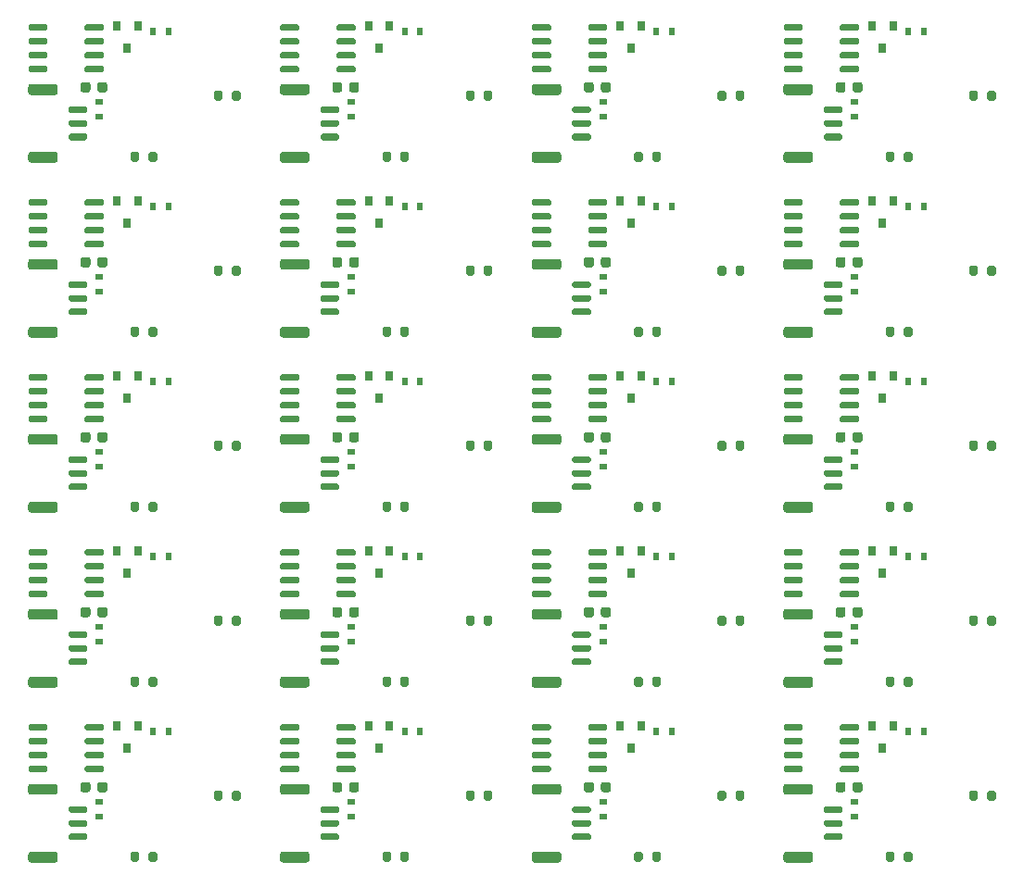
<source format=gtp>
G04 #@! TF.GenerationSoftware,KiCad,Pcbnew,(5.1.8)-1*
G04 #@! TF.CreationDate,2021-11-13T10:16:22+08:00*
G04 #@! TF.ProjectId,haptic-cloth-panelized-small,68617074-6963-42d6-936c-6f74682d7061,rev?*
G04 #@! TF.SameCoordinates,Original*
G04 #@! TF.FileFunction,Paste,Top*
G04 #@! TF.FilePolarity,Positive*
%FSLAX46Y46*%
G04 Gerber Fmt 4.6, Leading zero omitted, Abs format (unit mm)*
G04 Created by KiCad (PCBNEW (5.1.8)-1) date 2021-11-13 10:16:22*
%MOMM*%
%LPD*%
G01*
G04 APERTURE LIST*
%ADD10R,0.800000X0.900000*%
%ADD11R,0.600000X0.700000*%
%ADD12R,0.700000X0.600000*%
G04 APERTURE END LIST*
D10*
X129410028Y-114920037D03*
X127510028Y-114920037D03*
X128460028Y-116920037D03*
D11*
X130808028Y-115412037D03*
X132208028Y-115412037D03*
D12*
X125920028Y-123224037D03*
X125920028Y-121824037D03*
G36*
G01*
X123260028Y-122244037D02*
X124660028Y-122244037D01*
G75*
G02*
X124810028Y-122394037I0J-150000D01*
G01*
X124810028Y-122694037D01*
G75*
G02*
X124660028Y-122844037I-150000J0D01*
G01*
X123260028Y-122844037D01*
G75*
G02*
X123110028Y-122694037I0J150000D01*
G01*
X123110028Y-122394037D01*
G75*
G02*
X123260028Y-122244037I150000J0D01*
G01*
G37*
G36*
G01*
X123260028Y-123494037D02*
X124660028Y-123494037D01*
G75*
G02*
X124810028Y-123644037I0J-150000D01*
G01*
X124810028Y-123944037D01*
G75*
G02*
X124660028Y-124094037I-150000J0D01*
G01*
X123260028Y-124094037D01*
G75*
G02*
X123110028Y-123944037I0J150000D01*
G01*
X123110028Y-123644037D01*
G75*
G02*
X123260028Y-123494037I150000J0D01*
G01*
G37*
G36*
G01*
X123260028Y-124744037D02*
X124660028Y-124744037D01*
G75*
G02*
X124810028Y-124894037I0J-150000D01*
G01*
X124810028Y-125194037D01*
G75*
G02*
X124660028Y-125344037I-150000J0D01*
G01*
X123260028Y-125344037D01*
G75*
G02*
X123110028Y-125194037I0J150000D01*
G01*
X123110028Y-124894037D01*
G75*
G02*
X123260028Y-124744037I150000J0D01*
G01*
G37*
G36*
G01*
X119660028Y-120194037D02*
X121860028Y-120194037D01*
G75*
G02*
X122110028Y-120444037I0J-250000D01*
G01*
X122110028Y-120944037D01*
G75*
G02*
X121860028Y-121194037I-250000J0D01*
G01*
X119660028Y-121194037D01*
G75*
G02*
X119410028Y-120944037I0J250000D01*
G01*
X119410028Y-120444037D01*
G75*
G02*
X119660028Y-120194037I250000J0D01*
G01*
G37*
G36*
G01*
X119660028Y-126394037D02*
X121860028Y-126394037D01*
G75*
G02*
X122110028Y-126644037I0J-250000D01*
G01*
X122110028Y-127144037D01*
G75*
G02*
X121860028Y-127394037I-250000J0D01*
G01*
X119660028Y-127394037D01*
G75*
G02*
X119410028Y-127144037I0J250000D01*
G01*
X119410028Y-126644037D01*
G75*
G02*
X119660028Y-126394037I250000J0D01*
G01*
G37*
G36*
G01*
X126322028Y-118691037D02*
X126322028Y-118991037D01*
G75*
G02*
X126172028Y-119141037I-150000J0D01*
G01*
X124722028Y-119141037D01*
G75*
G02*
X124572028Y-118991037I0J150000D01*
G01*
X124572028Y-118691037D01*
G75*
G02*
X124722028Y-118541037I150000J0D01*
G01*
X126172028Y-118541037D01*
G75*
G02*
X126322028Y-118691037I0J-150000D01*
G01*
G37*
G36*
G01*
X126322028Y-117421037D02*
X126322028Y-117721037D01*
G75*
G02*
X126172028Y-117871037I-150000J0D01*
G01*
X124722028Y-117871037D01*
G75*
G02*
X124572028Y-117721037I0J150000D01*
G01*
X124572028Y-117421037D01*
G75*
G02*
X124722028Y-117271037I150000J0D01*
G01*
X126172028Y-117271037D01*
G75*
G02*
X126322028Y-117421037I0J-150000D01*
G01*
G37*
G36*
G01*
X126322028Y-116151037D02*
X126322028Y-116451037D01*
G75*
G02*
X126172028Y-116601037I-150000J0D01*
G01*
X124722028Y-116601037D01*
G75*
G02*
X124572028Y-116451037I0J150000D01*
G01*
X124572028Y-116151037D01*
G75*
G02*
X124722028Y-116001037I150000J0D01*
G01*
X126172028Y-116001037D01*
G75*
G02*
X126322028Y-116151037I0J-150000D01*
G01*
G37*
G36*
G01*
X126322028Y-114881037D02*
X126322028Y-115181037D01*
G75*
G02*
X126172028Y-115331037I-150000J0D01*
G01*
X124722028Y-115331037D01*
G75*
G02*
X124572028Y-115181037I0J150000D01*
G01*
X124572028Y-114881037D01*
G75*
G02*
X124722028Y-114731037I150000J0D01*
G01*
X126172028Y-114731037D01*
G75*
G02*
X126322028Y-114881037I0J-150000D01*
G01*
G37*
G36*
G01*
X121172028Y-114881037D02*
X121172028Y-115181037D01*
G75*
G02*
X121022028Y-115331037I-150000J0D01*
G01*
X119572028Y-115331037D01*
G75*
G02*
X119422028Y-115181037I0J150000D01*
G01*
X119422028Y-114881037D01*
G75*
G02*
X119572028Y-114731037I150000J0D01*
G01*
X121022028Y-114731037D01*
G75*
G02*
X121172028Y-114881037I0J-150000D01*
G01*
G37*
G36*
G01*
X121172028Y-116151037D02*
X121172028Y-116451037D01*
G75*
G02*
X121022028Y-116601037I-150000J0D01*
G01*
X119572028Y-116601037D01*
G75*
G02*
X119422028Y-116451037I0J150000D01*
G01*
X119422028Y-116151037D01*
G75*
G02*
X119572028Y-116001037I150000J0D01*
G01*
X121022028Y-116001037D01*
G75*
G02*
X121172028Y-116151037I0J-150000D01*
G01*
G37*
G36*
G01*
X121172028Y-117421037D02*
X121172028Y-117721037D01*
G75*
G02*
X121022028Y-117871037I-150000J0D01*
G01*
X119572028Y-117871037D01*
G75*
G02*
X119422028Y-117721037I0J150000D01*
G01*
X119422028Y-117421037D01*
G75*
G02*
X119572028Y-117271037I150000J0D01*
G01*
X121022028Y-117271037D01*
G75*
G02*
X121172028Y-117421037I0J-150000D01*
G01*
G37*
G36*
G01*
X121172028Y-118691037D02*
X121172028Y-118991037D01*
G75*
G02*
X121022028Y-119141037I-150000J0D01*
G01*
X119572028Y-119141037D01*
G75*
G02*
X119422028Y-118991037I0J150000D01*
G01*
X119422028Y-118691037D01*
G75*
G02*
X119572028Y-118541037I150000J0D01*
G01*
X121022028Y-118541037D01*
G75*
G02*
X121172028Y-118691037I0J-150000D01*
G01*
G37*
G36*
G01*
X131209028Y-126567037D02*
X131209028Y-127117037D01*
G75*
G02*
X131009028Y-127317037I-200000J0D01*
G01*
X130609028Y-127317037D01*
G75*
G02*
X130409028Y-127117037I0J200000D01*
G01*
X130409028Y-126567037D01*
G75*
G02*
X130609028Y-126367037I200000J0D01*
G01*
X131009028Y-126367037D01*
G75*
G02*
X131209028Y-126567037I0J-200000D01*
G01*
G37*
G36*
G01*
X129559028Y-126567037D02*
X129559028Y-127117037D01*
G75*
G02*
X129359028Y-127317037I-200000J0D01*
G01*
X128959028Y-127317037D01*
G75*
G02*
X128759028Y-127117037I0J200000D01*
G01*
X128759028Y-126567037D01*
G75*
G02*
X128959028Y-126367037I200000J0D01*
G01*
X129359028Y-126367037D01*
G75*
G02*
X129559028Y-126567037I0J-200000D01*
G01*
G37*
G36*
G01*
X126637028Y-120242037D02*
X126637028Y-120742037D01*
G75*
G02*
X126412028Y-120967037I-225000J0D01*
G01*
X125962028Y-120967037D01*
G75*
G02*
X125737028Y-120742037I0J225000D01*
G01*
X125737028Y-120242037D01*
G75*
G02*
X125962028Y-120017037I225000J0D01*
G01*
X126412028Y-120017037D01*
G75*
G02*
X126637028Y-120242037I0J-225000D01*
G01*
G37*
G36*
G01*
X125087028Y-120242037D02*
X125087028Y-120742037D01*
G75*
G02*
X124862028Y-120967037I-225000J0D01*
G01*
X124412028Y-120967037D01*
G75*
G02*
X124187028Y-120742037I0J225000D01*
G01*
X124187028Y-120242037D01*
G75*
G02*
X124412028Y-120017037I225000J0D01*
G01*
X124862028Y-120017037D01*
G75*
G02*
X125087028Y-120242037I0J-225000D01*
G01*
G37*
G36*
G01*
X136379028Y-121529037D02*
X136379028Y-120979037D01*
G75*
G02*
X136579028Y-120779037I200000J0D01*
G01*
X136979028Y-120779037D01*
G75*
G02*
X137179028Y-120979037I0J-200000D01*
G01*
X137179028Y-121529037D01*
G75*
G02*
X136979028Y-121729037I-200000J0D01*
G01*
X136579028Y-121729037D01*
G75*
G02*
X136379028Y-121529037I0J200000D01*
G01*
G37*
G36*
G01*
X138029028Y-121529037D02*
X138029028Y-120979037D01*
G75*
G02*
X138229028Y-120779037I200000J0D01*
G01*
X138629028Y-120779037D01*
G75*
G02*
X138829028Y-120979037I0J-200000D01*
G01*
X138829028Y-121529037D01*
G75*
G02*
X138629028Y-121729037I-200000J0D01*
G01*
X138229028Y-121729037D01*
G75*
G02*
X138029028Y-121529037I0J200000D01*
G01*
G37*
D10*
X106410019Y-114920037D03*
X104510019Y-114920037D03*
X105460019Y-116920037D03*
D11*
X107808019Y-115412037D03*
X109208019Y-115412037D03*
D12*
X102920019Y-123224037D03*
X102920019Y-121824037D03*
G36*
G01*
X100260019Y-122244037D02*
X101660019Y-122244037D01*
G75*
G02*
X101810019Y-122394037I0J-150000D01*
G01*
X101810019Y-122694037D01*
G75*
G02*
X101660019Y-122844037I-150000J0D01*
G01*
X100260019Y-122844037D01*
G75*
G02*
X100110019Y-122694037I0J150000D01*
G01*
X100110019Y-122394037D01*
G75*
G02*
X100260019Y-122244037I150000J0D01*
G01*
G37*
G36*
G01*
X100260019Y-123494037D02*
X101660019Y-123494037D01*
G75*
G02*
X101810019Y-123644037I0J-150000D01*
G01*
X101810019Y-123944037D01*
G75*
G02*
X101660019Y-124094037I-150000J0D01*
G01*
X100260019Y-124094037D01*
G75*
G02*
X100110019Y-123944037I0J150000D01*
G01*
X100110019Y-123644037D01*
G75*
G02*
X100260019Y-123494037I150000J0D01*
G01*
G37*
G36*
G01*
X100260019Y-124744037D02*
X101660019Y-124744037D01*
G75*
G02*
X101810019Y-124894037I0J-150000D01*
G01*
X101810019Y-125194037D01*
G75*
G02*
X101660019Y-125344037I-150000J0D01*
G01*
X100260019Y-125344037D01*
G75*
G02*
X100110019Y-125194037I0J150000D01*
G01*
X100110019Y-124894037D01*
G75*
G02*
X100260019Y-124744037I150000J0D01*
G01*
G37*
G36*
G01*
X96660019Y-120194037D02*
X98860019Y-120194037D01*
G75*
G02*
X99110019Y-120444037I0J-250000D01*
G01*
X99110019Y-120944037D01*
G75*
G02*
X98860019Y-121194037I-250000J0D01*
G01*
X96660019Y-121194037D01*
G75*
G02*
X96410019Y-120944037I0J250000D01*
G01*
X96410019Y-120444037D01*
G75*
G02*
X96660019Y-120194037I250000J0D01*
G01*
G37*
G36*
G01*
X96660019Y-126394037D02*
X98860019Y-126394037D01*
G75*
G02*
X99110019Y-126644037I0J-250000D01*
G01*
X99110019Y-127144037D01*
G75*
G02*
X98860019Y-127394037I-250000J0D01*
G01*
X96660019Y-127394037D01*
G75*
G02*
X96410019Y-127144037I0J250000D01*
G01*
X96410019Y-126644037D01*
G75*
G02*
X96660019Y-126394037I250000J0D01*
G01*
G37*
G36*
G01*
X103322019Y-118691037D02*
X103322019Y-118991037D01*
G75*
G02*
X103172019Y-119141037I-150000J0D01*
G01*
X101722019Y-119141037D01*
G75*
G02*
X101572019Y-118991037I0J150000D01*
G01*
X101572019Y-118691037D01*
G75*
G02*
X101722019Y-118541037I150000J0D01*
G01*
X103172019Y-118541037D01*
G75*
G02*
X103322019Y-118691037I0J-150000D01*
G01*
G37*
G36*
G01*
X103322019Y-117421037D02*
X103322019Y-117721037D01*
G75*
G02*
X103172019Y-117871037I-150000J0D01*
G01*
X101722019Y-117871037D01*
G75*
G02*
X101572019Y-117721037I0J150000D01*
G01*
X101572019Y-117421037D01*
G75*
G02*
X101722019Y-117271037I150000J0D01*
G01*
X103172019Y-117271037D01*
G75*
G02*
X103322019Y-117421037I0J-150000D01*
G01*
G37*
G36*
G01*
X103322019Y-116151037D02*
X103322019Y-116451037D01*
G75*
G02*
X103172019Y-116601037I-150000J0D01*
G01*
X101722019Y-116601037D01*
G75*
G02*
X101572019Y-116451037I0J150000D01*
G01*
X101572019Y-116151037D01*
G75*
G02*
X101722019Y-116001037I150000J0D01*
G01*
X103172019Y-116001037D01*
G75*
G02*
X103322019Y-116151037I0J-150000D01*
G01*
G37*
G36*
G01*
X103322019Y-114881037D02*
X103322019Y-115181037D01*
G75*
G02*
X103172019Y-115331037I-150000J0D01*
G01*
X101722019Y-115331037D01*
G75*
G02*
X101572019Y-115181037I0J150000D01*
G01*
X101572019Y-114881037D01*
G75*
G02*
X101722019Y-114731037I150000J0D01*
G01*
X103172019Y-114731037D01*
G75*
G02*
X103322019Y-114881037I0J-150000D01*
G01*
G37*
G36*
G01*
X98172019Y-114881037D02*
X98172019Y-115181037D01*
G75*
G02*
X98022019Y-115331037I-150000J0D01*
G01*
X96572019Y-115331037D01*
G75*
G02*
X96422019Y-115181037I0J150000D01*
G01*
X96422019Y-114881037D01*
G75*
G02*
X96572019Y-114731037I150000J0D01*
G01*
X98022019Y-114731037D01*
G75*
G02*
X98172019Y-114881037I0J-150000D01*
G01*
G37*
G36*
G01*
X98172019Y-116151037D02*
X98172019Y-116451037D01*
G75*
G02*
X98022019Y-116601037I-150000J0D01*
G01*
X96572019Y-116601037D01*
G75*
G02*
X96422019Y-116451037I0J150000D01*
G01*
X96422019Y-116151037D01*
G75*
G02*
X96572019Y-116001037I150000J0D01*
G01*
X98022019Y-116001037D01*
G75*
G02*
X98172019Y-116151037I0J-150000D01*
G01*
G37*
G36*
G01*
X98172019Y-117421037D02*
X98172019Y-117721037D01*
G75*
G02*
X98022019Y-117871037I-150000J0D01*
G01*
X96572019Y-117871037D01*
G75*
G02*
X96422019Y-117721037I0J150000D01*
G01*
X96422019Y-117421037D01*
G75*
G02*
X96572019Y-117271037I150000J0D01*
G01*
X98022019Y-117271037D01*
G75*
G02*
X98172019Y-117421037I0J-150000D01*
G01*
G37*
G36*
G01*
X98172019Y-118691037D02*
X98172019Y-118991037D01*
G75*
G02*
X98022019Y-119141037I-150000J0D01*
G01*
X96572019Y-119141037D01*
G75*
G02*
X96422019Y-118991037I0J150000D01*
G01*
X96422019Y-118691037D01*
G75*
G02*
X96572019Y-118541037I150000J0D01*
G01*
X98022019Y-118541037D01*
G75*
G02*
X98172019Y-118691037I0J-150000D01*
G01*
G37*
G36*
G01*
X108209019Y-126567037D02*
X108209019Y-127117037D01*
G75*
G02*
X108009019Y-127317037I-200000J0D01*
G01*
X107609019Y-127317037D01*
G75*
G02*
X107409019Y-127117037I0J200000D01*
G01*
X107409019Y-126567037D01*
G75*
G02*
X107609019Y-126367037I200000J0D01*
G01*
X108009019Y-126367037D01*
G75*
G02*
X108209019Y-126567037I0J-200000D01*
G01*
G37*
G36*
G01*
X106559019Y-126567037D02*
X106559019Y-127117037D01*
G75*
G02*
X106359019Y-127317037I-200000J0D01*
G01*
X105959019Y-127317037D01*
G75*
G02*
X105759019Y-127117037I0J200000D01*
G01*
X105759019Y-126567037D01*
G75*
G02*
X105959019Y-126367037I200000J0D01*
G01*
X106359019Y-126367037D01*
G75*
G02*
X106559019Y-126567037I0J-200000D01*
G01*
G37*
G36*
G01*
X103637019Y-120242037D02*
X103637019Y-120742037D01*
G75*
G02*
X103412019Y-120967037I-225000J0D01*
G01*
X102962019Y-120967037D01*
G75*
G02*
X102737019Y-120742037I0J225000D01*
G01*
X102737019Y-120242037D01*
G75*
G02*
X102962019Y-120017037I225000J0D01*
G01*
X103412019Y-120017037D01*
G75*
G02*
X103637019Y-120242037I0J-225000D01*
G01*
G37*
G36*
G01*
X102087019Y-120242037D02*
X102087019Y-120742037D01*
G75*
G02*
X101862019Y-120967037I-225000J0D01*
G01*
X101412019Y-120967037D01*
G75*
G02*
X101187019Y-120742037I0J225000D01*
G01*
X101187019Y-120242037D01*
G75*
G02*
X101412019Y-120017037I225000J0D01*
G01*
X101862019Y-120017037D01*
G75*
G02*
X102087019Y-120242037I0J-225000D01*
G01*
G37*
G36*
G01*
X113379019Y-121529037D02*
X113379019Y-120979037D01*
G75*
G02*
X113579019Y-120779037I200000J0D01*
G01*
X113979019Y-120779037D01*
G75*
G02*
X114179019Y-120979037I0J-200000D01*
G01*
X114179019Y-121529037D01*
G75*
G02*
X113979019Y-121729037I-200000J0D01*
G01*
X113579019Y-121729037D01*
G75*
G02*
X113379019Y-121529037I0J200000D01*
G01*
G37*
G36*
G01*
X115029019Y-121529037D02*
X115029019Y-120979037D01*
G75*
G02*
X115229019Y-120779037I200000J0D01*
G01*
X115629019Y-120779037D01*
G75*
G02*
X115829019Y-120979037I0J-200000D01*
G01*
X115829019Y-121529037D01*
G75*
G02*
X115629019Y-121729037I-200000J0D01*
G01*
X115229019Y-121729037D01*
G75*
G02*
X115029019Y-121529037I0J200000D01*
G01*
G37*
D10*
X83410010Y-114920037D03*
X81510010Y-114920037D03*
X82460010Y-116920037D03*
D11*
X84808010Y-115412037D03*
X86208010Y-115412037D03*
D12*
X79920010Y-123224037D03*
X79920010Y-121824037D03*
G36*
G01*
X77260010Y-122244037D02*
X78660010Y-122244037D01*
G75*
G02*
X78810010Y-122394037I0J-150000D01*
G01*
X78810010Y-122694037D01*
G75*
G02*
X78660010Y-122844037I-150000J0D01*
G01*
X77260010Y-122844037D01*
G75*
G02*
X77110010Y-122694037I0J150000D01*
G01*
X77110010Y-122394037D01*
G75*
G02*
X77260010Y-122244037I150000J0D01*
G01*
G37*
G36*
G01*
X77260010Y-123494037D02*
X78660010Y-123494037D01*
G75*
G02*
X78810010Y-123644037I0J-150000D01*
G01*
X78810010Y-123944037D01*
G75*
G02*
X78660010Y-124094037I-150000J0D01*
G01*
X77260010Y-124094037D01*
G75*
G02*
X77110010Y-123944037I0J150000D01*
G01*
X77110010Y-123644037D01*
G75*
G02*
X77260010Y-123494037I150000J0D01*
G01*
G37*
G36*
G01*
X77260010Y-124744037D02*
X78660010Y-124744037D01*
G75*
G02*
X78810010Y-124894037I0J-150000D01*
G01*
X78810010Y-125194037D01*
G75*
G02*
X78660010Y-125344037I-150000J0D01*
G01*
X77260010Y-125344037D01*
G75*
G02*
X77110010Y-125194037I0J150000D01*
G01*
X77110010Y-124894037D01*
G75*
G02*
X77260010Y-124744037I150000J0D01*
G01*
G37*
G36*
G01*
X73660010Y-120194037D02*
X75860010Y-120194037D01*
G75*
G02*
X76110010Y-120444037I0J-250000D01*
G01*
X76110010Y-120944037D01*
G75*
G02*
X75860010Y-121194037I-250000J0D01*
G01*
X73660010Y-121194037D01*
G75*
G02*
X73410010Y-120944037I0J250000D01*
G01*
X73410010Y-120444037D01*
G75*
G02*
X73660010Y-120194037I250000J0D01*
G01*
G37*
G36*
G01*
X73660010Y-126394037D02*
X75860010Y-126394037D01*
G75*
G02*
X76110010Y-126644037I0J-250000D01*
G01*
X76110010Y-127144037D01*
G75*
G02*
X75860010Y-127394037I-250000J0D01*
G01*
X73660010Y-127394037D01*
G75*
G02*
X73410010Y-127144037I0J250000D01*
G01*
X73410010Y-126644037D01*
G75*
G02*
X73660010Y-126394037I250000J0D01*
G01*
G37*
G36*
G01*
X80322010Y-118691037D02*
X80322010Y-118991037D01*
G75*
G02*
X80172010Y-119141037I-150000J0D01*
G01*
X78722010Y-119141037D01*
G75*
G02*
X78572010Y-118991037I0J150000D01*
G01*
X78572010Y-118691037D01*
G75*
G02*
X78722010Y-118541037I150000J0D01*
G01*
X80172010Y-118541037D01*
G75*
G02*
X80322010Y-118691037I0J-150000D01*
G01*
G37*
G36*
G01*
X80322010Y-117421037D02*
X80322010Y-117721037D01*
G75*
G02*
X80172010Y-117871037I-150000J0D01*
G01*
X78722010Y-117871037D01*
G75*
G02*
X78572010Y-117721037I0J150000D01*
G01*
X78572010Y-117421037D01*
G75*
G02*
X78722010Y-117271037I150000J0D01*
G01*
X80172010Y-117271037D01*
G75*
G02*
X80322010Y-117421037I0J-150000D01*
G01*
G37*
G36*
G01*
X80322010Y-116151037D02*
X80322010Y-116451037D01*
G75*
G02*
X80172010Y-116601037I-150000J0D01*
G01*
X78722010Y-116601037D01*
G75*
G02*
X78572010Y-116451037I0J150000D01*
G01*
X78572010Y-116151037D01*
G75*
G02*
X78722010Y-116001037I150000J0D01*
G01*
X80172010Y-116001037D01*
G75*
G02*
X80322010Y-116151037I0J-150000D01*
G01*
G37*
G36*
G01*
X80322010Y-114881037D02*
X80322010Y-115181037D01*
G75*
G02*
X80172010Y-115331037I-150000J0D01*
G01*
X78722010Y-115331037D01*
G75*
G02*
X78572010Y-115181037I0J150000D01*
G01*
X78572010Y-114881037D01*
G75*
G02*
X78722010Y-114731037I150000J0D01*
G01*
X80172010Y-114731037D01*
G75*
G02*
X80322010Y-114881037I0J-150000D01*
G01*
G37*
G36*
G01*
X75172010Y-114881037D02*
X75172010Y-115181037D01*
G75*
G02*
X75022010Y-115331037I-150000J0D01*
G01*
X73572010Y-115331037D01*
G75*
G02*
X73422010Y-115181037I0J150000D01*
G01*
X73422010Y-114881037D01*
G75*
G02*
X73572010Y-114731037I150000J0D01*
G01*
X75022010Y-114731037D01*
G75*
G02*
X75172010Y-114881037I0J-150000D01*
G01*
G37*
G36*
G01*
X75172010Y-116151037D02*
X75172010Y-116451037D01*
G75*
G02*
X75022010Y-116601037I-150000J0D01*
G01*
X73572010Y-116601037D01*
G75*
G02*
X73422010Y-116451037I0J150000D01*
G01*
X73422010Y-116151037D01*
G75*
G02*
X73572010Y-116001037I150000J0D01*
G01*
X75022010Y-116001037D01*
G75*
G02*
X75172010Y-116151037I0J-150000D01*
G01*
G37*
G36*
G01*
X75172010Y-117421037D02*
X75172010Y-117721037D01*
G75*
G02*
X75022010Y-117871037I-150000J0D01*
G01*
X73572010Y-117871037D01*
G75*
G02*
X73422010Y-117721037I0J150000D01*
G01*
X73422010Y-117421037D01*
G75*
G02*
X73572010Y-117271037I150000J0D01*
G01*
X75022010Y-117271037D01*
G75*
G02*
X75172010Y-117421037I0J-150000D01*
G01*
G37*
G36*
G01*
X75172010Y-118691037D02*
X75172010Y-118991037D01*
G75*
G02*
X75022010Y-119141037I-150000J0D01*
G01*
X73572010Y-119141037D01*
G75*
G02*
X73422010Y-118991037I0J150000D01*
G01*
X73422010Y-118691037D01*
G75*
G02*
X73572010Y-118541037I150000J0D01*
G01*
X75022010Y-118541037D01*
G75*
G02*
X75172010Y-118691037I0J-150000D01*
G01*
G37*
G36*
G01*
X85209010Y-126567037D02*
X85209010Y-127117037D01*
G75*
G02*
X85009010Y-127317037I-200000J0D01*
G01*
X84609010Y-127317037D01*
G75*
G02*
X84409010Y-127117037I0J200000D01*
G01*
X84409010Y-126567037D01*
G75*
G02*
X84609010Y-126367037I200000J0D01*
G01*
X85009010Y-126367037D01*
G75*
G02*
X85209010Y-126567037I0J-200000D01*
G01*
G37*
G36*
G01*
X83559010Y-126567037D02*
X83559010Y-127117037D01*
G75*
G02*
X83359010Y-127317037I-200000J0D01*
G01*
X82959010Y-127317037D01*
G75*
G02*
X82759010Y-127117037I0J200000D01*
G01*
X82759010Y-126567037D01*
G75*
G02*
X82959010Y-126367037I200000J0D01*
G01*
X83359010Y-126367037D01*
G75*
G02*
X83559010Y-126567037I0J-200000D01*
G01*
G37*
G36*
G01*
X80637010Y-120242037D02*
X80637010Y-120742037D01*
G75*
G02*
X80412010Y-120967037I-225000J0D01*
G01*
X79962010Y-120967037D01*
G75*
G02*
X79737010Y-120742037I0J225000D01*
G01*
X79737010Y-120242037D01*
G75*
G02*
X79962010Y-120017037I225000J0D01*
G01*
X80412010Y-120017037D01*
G75*
G02*
X80637010Y-120242037I0J-225000D01*
G01*
G37*
G36*
G01*
X79087010Y-120242037D02*
X79087010Y-120742037D01*
G75*
G02*
X78862010Y-120967037I-225000J0D01*
G01*
X78412010Y-120967037D01*
G75*
G02*
X78187010Y-120742037I0J225000D01*
G01*
X78187010Y-120242037D01*
G75*
G02*
X78412010Y-120017037I225000J0D01*
G01*
X78862010Y-120017037D01*
G75*
G02*
X79087010Y-120242037I0J-225000D01*
G01*
G37*
G36*
G01*
X90379010Y-121529037D02*
X90379010Y-120979037D01*
G75*
G02*
X90579010Y-120779037I200000J0D01*
G01*
X90979010Y-120779037D01*
G75*
G02*
X91179010Y-120979037I0J-200000D01*
G01*
X91179010Y-121529037D01*
G75*
G02*
X90979010Y-121729037I-200000J0D01*
G01*
X90579010Y-121729037D01*
G75*
G02*
X90379010Y-121529037I0J200000D01*
G01*
G37*
G36*
G01*
X92029010Y-121529037D02*
X92029010Y-120979037D01*
G75*
G02*
X92229010Y-120779037I200000J0D01*
G01*
X92629010Y-120779037D01*
G75*
G02*
X92829010Y-120979037I0J-200000D01*
G01*
X92829010Y-121529037D01*
G75*
G02*
X92629010Y-121729037I-200000J0D01*
G01*
X92229010Y-121729037D01*
G75*
G02*
X92029010Y-121529037I0J200000D01*
G01*
G37*
D10*
X60410001Y-114920037D03*
X58510001Y-114920037D03*
X59460001Y-116920037D03*
D11*
X61808001Y-115412037D03*
X63208001Y-115412037D03*
D12*
X56920001Y-123224037D03*
X56920001Y-121824037D03*
G36*
G01*
X54260001Y-122244037D02*
X55660001Y-122244037D01*
G75*
G02*
X55810001Y-122394037I0J-150000D01*
G01*
X55810001Y-122694037D01*
G75*
G02*
X55660001Y-122844037I-150000J0D01*
G01*
X54260001Y-122844037D01*
G75*
G02*
X54110001Y-122694037I0J150000D01*
G01*
X54110001Y-122394037D01*
G75*
G02*
X54260001Y-122244037I150000J0D01*
G01*
G37*
G36*
G01*
X54260001Y-123494037D02*
X55660001Y-123494037D01*
G75*
G02*
X55810001Y-123644037I0J-150000D01*
G01*
X55810001Y-123944037D01*
G75*
G02*
X55660001Y-124094037I-150000J0D01*
G01*
X54260001Y-124094037D01*
G75*
G02*
X54110001Y-123944037I0J150000D01*
G01*
X54110001Y-123644037D01*
G75*
G02*
X54260001Y-123494037I150000J0D01*
G01*
G37*
G36*
G01*
X54260001Y-124744037D02*
X55660001Y-124744037D01*
G75*
G02*
X55810001Y-124894037I0J-150000D01*
G01*
X55810001Y-125194037D01*
G75*
G02*
X55660001Y-125344037I-150000J0D01*
G01*
X54260001Y-125344037D01*
G75*
G02*
X54110001Y-125194037I0J150000D01*
G01*
X54110001Y-124894037D01*
G75*
G02*
X54260001Y-124744037I150000J0D01*
G01*
G37*
G36*
G01*
X50660001Y-120194037D02*
X52860001Y-120194037D01*
G75*
G02*
X53110001Y-120444037I0J-250000D01*
G01*
X53110001Y-120944037D01*
G75*
G02*
X52860001Y-121194037I-250000J0D01*
G01*
X50660001Y-121194037D01*
G75*
G02*
X50410001Y-120944037I0J250000D01*
G01*
X50410001Y-120444037D01*
G75*
G02*
X50660001Y-120194037I250000J0D01*
G01*
G37*
G36*
G01*
X50660001Y-126394037D02*
X52860001Y-126394037D01*
G75*
G02*
X53110001Y-126644037I0J-250000D01*
G01*
X53110001Y-127144037D01*
G75*
G02*
X52860001Y-127394037I-250000J0D01*
G01*
X50660001Y-127394037D01*
G75*
G02*
X50410001Y-127144037I0J250000D01*
G01*
X50410001Y-126644037D01*
G75*
G02*
X50660001Y-126394037I250000J0D01*
G01*
G37*
G36*
G01*
X57322001Y-118691037D02*
X57322001Y-118991037D01*
G75*
G02*
X57172001Y-119141037I-150000J0D01*
G01*
X55722001Y-119141037D01*
G75*
G02*
X55572001Y-118991037I0J150000D01*
G01*
X55572001Y-118691037D01*
G75*
G02*
X55722001Y-118541037I150000J0D01*
G01*
X57172001Y-118541037D01*
G75*
G02*
X57322001Y-118691037I0J-150000D01*
G01*
G37*
G36*
G01*
X57322001Y-117421037D02*
X57322001Y-117721037D01*
G75*
G02*
X57172001Y-117871037I-150000J0D01*
G01*
X55722001Y-117871037D01*
G75*
G02*
X55572001Y-117721037I0J150000D01*
G01*
X55572001Y-117421037D01*
G75*
G02*
X55722001Y-117271037I150000J0D01*
G01*
X57172001Y-117271037D01*
G75*
G02*
X57322001Y-117421037I0J-150000D01*
G01*
G37*
G36*
G01*
X57322001Y-116151037D02*
X57322001Y-116451037D01*
G75*
G02*
X57172001Y-116601037I-150000J0D01*
G01*
X55722001Y-116601037D01*
G75*
G02*
X55572001Y-116451037I0J150000D01*
G01*
X55572001Y-116151037D01*
G75*
G02*
X55722001Y-116001037I150000J0D01*
G01*
X57172001Y-116001037D01*
G75*
G02*
X57322001Y-116151037I0J-150000D01*
G01*
G37*
G36*
G01*
X57322001Y-114881037D02*
X57322001Y-115181037D01*
G75*
G02*
X57172001Y-115331037I-150000J0D01*
G01*
X55722001Y-115331037D01*
G75*
G02*
X55572001Y-115181037I0J150000D01*
G01*
X55572001Y-114881037D01*
G75*
G02*
X55722001Y-114731037I150000J0D01*
G01*
X57172001Y-114731037D01*
G75*
G02*
X57322001Y-114881037I0J-150000D01*
G01*
G37*
G36*
G01*
X52172001Y-114881037D02*
X52172001Y-115181037D01*
G75*
G02*
X52022001Y-115331037I-150000J0D01*
G01*
X50572001Y-115331037D01*
G75*
G02*
X50422001Y-115181037I0J150000D01*
G01*
X50422001Y-114881037D01*
G75*
G02*
X50572001Y-114731037I150000J0D01*
G01*
X52022001Y-114731037D01*
G75*
G02*
X52172001Y-114881037I0J-150000D01*
G01*
G37*
G36*
G01*
X52172001Y-116151037D02*
X52172001Y-116451037D01*
G75*
G02*
X52022001Y-116601037I-150000J0D01*
G01*
X50572001Y-116601037D01*
G75*
G02*
X50422001Y-116451037I0J150000D01*
G01*
X50422001Y-116151037D01*
G75*
G02*
X50572001Y-116001037I150000J0D01*
G01*
X52022001Y-116001037D01*
G75*
G02*
X52172001Y-116151037I0J-150000D01*
G01*
G37*
G36*
G01*
X52172001Y-117421037D02*
X52172001Y-117721037D01*
G75*
G02*
X52022001Y-117871037I-150000J0D01*
G01*
X50572001Y-117871037D01*
G75*
G02*
X50422001Y-117721037I0J150000D01*
G01*
X50422001Y-117421037D01*
G75*
G02*
X50572001Y-117271037I150000J0D01*
G01*
X52022001Y-117271037D01*
G75*
G02*
X52172001Y-117421037I0J-150000D01*
G01*
G37*
G36*
G01*
X52172001Y-118691037D02*
X52172001Y-118991037D01*
G75*
G02*
X52022001Y-119141037I-150000J0D01*
G01*
X50572001Y-119141037D01*
G75*
G02*
X50422001Y-118991037I0J150000D01*
G01*
X50422001Y-118691037D01*
G75*
G02*
X50572001Y-118541037I150000J0D01*
G01*
X52022001Y-118541037D01*
G75*
G02*
X52172001Y-118691037I0J-150000D01*
G01*
G37*
G36*
G01*
X62209001Y-126567037D02*
X62209001Y-127117037D01*
G75*
G02*
X62009001Y-127317037I-200000J0D01*
G01*
X61609001Y-127317037D01*
G75*
G02*
X61409001Y-127117037I0J200000D01*
G01*
X61409001Y-126567037D01*
G75*
G02*
X61609001Y-126367037I200000J0D01*
G01*
X62009001Y-126367037D01*
G75*
G02*
X62209001Y-126567037I0J-200000D01*
G01*
G37*
G36*
G01*
X60559001Y-126567037D02*
X60559001Y-127117037D01*
G75*
G02*
X60359001Y-127317037I-200000J0D01*
G01*
X59959001Y-127317037D01*
G75*
G02*
X59759001Y-127117037I0J200000D01*
G01*
X59759001Y-126567037D01*
G75*
G02*
X59959001Y-126367037I200000J0D01*
G01*
X60359001Y-126367037D01*
G75*
G02*
X60559001Y-126567037I0J-200000D01*
G01*
G37*
G36*
G01*
X57637001Y-120242037D02*
X57637001Y-120742037D01*
G75*
G02*
X57412001Y-120967037I-225000J0D01*
G01*
X56962001Y-120967037D01*
G75*
G02*
X56737001Y-120742037I0J225000D01*
G01*
X56737001Y-120242037D01*
G75*
G02*
X56962001Y-120017037I225000J0D01*
G01*
X57412001Y-120017037D01*
G75*
G02*
X57637001Y-120242037I0J-225000D01*
G01*
G37*
G36*
G01*
X56087001Y-120242037D02*
X56087001Y-120742037D01*
G75*
G02*
X55862001Y-120967037I-225000J0D01*
G01*
X55412001Y-120967037D01*
G75*
G02*
X55187001Y-120742037I0J225000D01*
G01*
X55187001Y-120242037D01*
G75*
G02*
X55412001Y-120017037I225000J0D01*
G01*
X55862001Y-120017037D01*
G75*
G02*
X56087001Y-120242037I0J-225000D01*
G01*
G37*
G36*
G01*
X67379001Y-121529037D02*
X67379001Y-120979037D01*
G75*
G02*
X67579001Y-120779037I200000J0D01*
G01*
X67979001Y-120779037D01*
G75*
G02*
X68179001Y-120979037I0J-200000D01*
G01*
X68179001Y-121529037D01*
G75*
G02*
X67979001Y-121729037I-200000J0D01*
G01*
X67579001Y-121729037D01*
G75*
G02*
X67379001Y-121529037I0J200000D01*
G01*
G37*
G36*
G01*
X69029001Y-121529037D02*
X69029001Y-120979037D01*
G75*
G02*
X69229001Y-120779037I200000J0D01*
G01*
X69629001Y-120779037D01*
G75*
G02*
X69829001Y-120979037I0J-200000D01*
G01*
X69829001Y-121529037D01*
G75*
G02*
X69629001Y-121729037I-200000J0D01*
G01*
X69229001Y-121729037D01*
G75*
G02*
X69029001Y-121529037I0J200000D01*
G01*
G37*
D10*
X129410028Y-98920028D03*
X127510028Y-98920028D03*
X128460028Y-100920028D03*
D11*
X130808028Y-99412028D03*
X132208028Y-99412028D03*
D12*
X125920028Y-107224028D03*
X125920028Y-105824028D03*
G36*
G01*
X123260028Y-106244028D02*
X124660028Y-106244028D01*
G75*
G02*
X124810028Y-106394028I0J-150000D01*
G01*
X124810028Y-106694028D01*
G75*
G02*
X124660028Y-106844028I-150000J0D01*
G01*
X123260028Y-106844028D01*
G75*
G02*
X123110028Y-106694028I0J150000D01*
G01*
X123110028Y-106394028D01*
G75*
G02*
X123260028Y-106244028I150000J0D01*
G01*
G37*
G36*
G01*
X123260028Y-107494028D02*
X124660028Y-107494028D01*
G75*
G02*
X124810028Y-107644028I0J-150000D01*
G01*
X124810028Y-107944028D01*
G75*
G02*
X124660028Y-108094028I-150000J0D01*
G01*
X123260028Y-108094028D01*
G75*
G02*
X123110028Y-107944028I0J150000D01*
G01*
X123110028Y-107644028D01*
G75*
G02*
X123260028Y-107494028I150000J0D01*
G01*
G37*
G36*
G01*
X123260028Y-108744028D02*
X124660028Y-108744028D01*
G75*
G02*
X124810028Y-108894028I0J-150000D01*
G01*
X124810028Y-109194028D01*
G75*
G02*
X124660028Y-109344028I-150000J0D01*
G01*
X123260028Y-109344028D01*
G75*
G02*
X123110028Y-109194028I0J150000D01*
G01*
X123110028Y-108894028D01*
G75*
G02*
X123260028Y-108744028I150000J0D01*
G01*
G37*
G36*
G01*
X119660028Y-104194028D02*
X121860028Y-104194028D01*
G75*
G02*
X122110028Y-104444028I0J-250000D01*
G01*
X122110028Y-104944028D01*
G75*
G02*
X121860028Y-105194028I-250000J0D01*
G01*
X119660028Y-105194028D01*
G75*
G02*
X119410028Y-104944028I0J250000D01*
G01*
X119410028Y-104444028D01*
G75*
G02*
X119660028Y-104194028I250000J0D01*
G01*
G37*
G36*
G01*
X119660028Y-110394028D02*
X121860028Y-110394028D01*
G75*
G02*
X122110028Y-110644028I0J-250000D01*
G01*
X122110028Y-111144028D01*
G75*
G02*
X121860028Y-111394028I-250000J0D01*
G01*
X119660028Y-111394028D01*
G75*
G02*
X119410028Y-111144028I0J250000D01*
G01*
X119410028Y-110644028D01*
G75*
G02*
X119660028Y-110394028I250000J0D01*
G01*
G37*
G36*
G01*
X126322028Y-102691028D02*
X126322028Y-102991028D01*
G75*
G02*
X126172028Y-103141028I-150000J0D01*
G01*
X124722028Y-103141028D01*
G75*
G02*
X124572028Y-102991028I0J150000D01*
G01*
X124572028Y-102691028D01*
G75*
G02*
X124722028Y-102541028I150000J0D01*
G01*
X126172028Y-102541028D01*
G75*
G02*
X126322028Y-102691028I0J-150000D01*
G01*
G37*
G36*
G01*
X126322028Y-101421028D02*
X126322028Y-101721028D01*
G75*
G02*
X126172028Y-101871028I-150000J0D01*
G01*
X124722028Y-101871028D01*
G75*
G02*
X124572028Y-101721028I0J150000D01*
G01*
X124572028Y-101421028D01*
G75*
G02*
X124722028Y-101271028I150000J0D01*
G01*
X126172028Y-101271028D01*
G75*
G02*
X126322028Y-101421028I0J-150000D01*
G01*
G37*
G36*
G01*
X126322028Y-100151028D02*
X126322028Y-100451028D01*
G75*
G02*
X126172028Y-100601028I-150000J0D01*
G01*
X124722028Y-100601028D01*
G75*
G02*
X124572028Y-100451028I0J150000D01*
G01*
X124572028Y-100151028D01*
G75*
G02*
X124722028Y-100001028I150000J0D01*
G01*
X126172028Y-100001028D01*
G75*
G02*
X126322028Y-100151028I0J-150000D01*
G01*
G37*
G36*
G01*
X126322028Y-98881028D02*
X126322028Y-99181028D01*
G75*
G02*
X126172028Y-99331028I-150000J0D01*
G01*
X124722028Y-99331028D01*
G75*
G02*
X124572028Y-99181028I0J150000D01*
G01*
X124572028Y-98881028D01*
G75*
G02*
X124722028Y-98731028I150000J0D01*
G01*
X126172028Y-98731028D01*
G75*
G02*
X126322028Y-98881028I0J-150000D01*
G01*
G37*
G36*
G01*
X121172028Y-98881028D02*
X121172028Y-99181028D01*
G75*
G02*
X121022028Y-99331028I-150000J0D01*
G01*
X119572028Y-99331028D01*
G75*
G02*
X119422028Y-99181028I0J150000D01*
G01*
X119422028Y-98881028D01*
G75*
G02*
X119572028Y-98731028I150000J0D01*
G01*
X121022028Y-98731028D01*
G75*
G02*
X121172028Y-98881028I0J-150000D01*
G01*
G37*
G36*
G01*
X121172028Y-100151028D02*
X121172028Y-100451028D01*
G75*
G02*
X121022028Y-100601028I-150000J0D01*
G01*
X119572028Y-100601028D01*
G75*
G02*
X119422028Y-100451028I0J150000D01*
G01*
X119422028Y-100151028D01*
G75*
G02*
X119572028Y-100001028I150000J0D01*
G01*
X121022028Y-100001028D01*
G75*
G02*
X121172028Y-100151028I0J-150000D01*
G01*
G37*
G36*
G01*
X121172028Y-101421028D02*
X121172028Y-101721028D01*
G75*
G02*
X121022028Y-101871028I-150000J0D01*
G01*
X119572028Y-101871028D01*
G75*
G02*
X119422028Y-101721028I0J150000D01*
G01*
X119422028Y-101421028D01*
G75*
G02*
X119572028Y-101271028I150000J0D01*
G01*
X121022028Y-101271028D01*
G75*
G02*
X121172028Y-101421028I0J-150000D01*
G01*
G37*
G36*
G01*
X121172028Y-102691028D02*
X121172028Y-102991028D01*
G75*
G02*
X121022028Y-103141028I-150000J0D01*
G01*
X119572028Y-103141028D01*
G75*
G02*
X119422028Y-102991028I0J150000D01*
G01*
X119422028Y-102691028D01*
G75*
G02*
X119572028Y-102541028I150000J0D01*
G01*
X121022028Y-102541028D01*
G75*
G02*
X121172028Y-102691028I0J-150000D01*
G01*
G37*
G36*
G01*
X131209028Y-110567028D02*
X131209028Y-111117028D01*
G75*
G02*
X131009028Y-111317028I-200000J0D01*
G01*
X130609028Y-111317028D01*
G75*
G02*
X130409028Y-111117028I0J200000D01*
G01*
X130409028Y-110567028D01*
G75*
G02*
X130609028Y-110367028I200000J0D01*
G01*
X131009028Y-110367028D01*
G75*
G02*
X131209028Y-110567028I0J-200000D01*
G01*
G37*
G36*
G01*
X129559028Y-110567028D02*
X129559028Y-111117028D01*
G75*
G02*
X129359028Y-111317028I-200000J0D01*
G01*
X128959028Y-111317028D01*
G75*
G02*
X128759028Y-111117028I0J200000D01*
G01*
X128759028Y-110567028D01*
G75*
G02*
X128959028Y-110367028I200000J0D01*
G01*
X129359028Y-110367028D01*
G75*
G02*
X129559028Y-110567028I0J-200000D01*
G01*
G37*
G36*
G01*
X126637028Y-104242028D02*
X126637028Y-104742028D01*
G75*
G02*
X126412028Y-104967028I-225000J0D01*
G01*
X125962028Y-104967028D01*
G75*
G02*
X125737028Y-104742028I0J225000D01*
G01*
X125737028Y-104242028D01*
G75*
G02*
X125962028Y-104017028I225000J0D01*
G01*
X126412028Y-104017028D01*
G75*
G02*
X126637028Y-104242028I0J-225000D01*
G01*
G37*
G36*
G01*
X125087028Y-104242028D02*
X125087028Y-104742028D01*
G75*
G02*
X124862028Y-104967028I-225000J0D01*
G01*
X124412028Y-104967028D01*
G75*
G02*
X124187028Y-104742028I0J225000D01*
G01*
X124187028Y-104242028D01*
G75*
G02*
X124412028Y-104017028I225000J0D01*
G01*
X124862028Y-104017028D01*
G75*
G02*
X125087028Y-104242028I0J-225000D01*
G01*
G37*
G36*
G01*
X136379028Y-105529028D02*
X136379028Y-104979028D01*
G75*
G02*
X136579028Y-104779028I200000J0D01*
G01*
X136979028Y-104779028D01*
G75*
G02*
X137179028Y-104979028I0J-200000D01*
G01*
X137179028Y-105529028D01*
G75*
G02*
X136979028Y-105729028I-200000J0D01*
G01*
X136579028Y-105729028D01*
G75*
G02*
X136379028Y-105529028I0J200000D01*
G01*
G37*
G36*
G01*
X138029028Y-105529028D02*
X138029028Y-104979028D01*
G75*
G02*
X138229028Y-104779028I200000J0D01*
G01*
X138629028Y-104779028D01*
G75*
G02*
X138829028Y-104979028I0J-200000D01*
G01*
X138829028Y-105529028D01*
G75*
G02*
X138629028Y-105729028I-200000J0D01*
G01*
X138229028Y-105729028D01*
G75*
G02*
X138029028Y-105529028I0J200000D01*
G01*
G37*
D10*
X106410019Y-98920028D03*
X104510019Y-98920028D03*
X105460019Y-100920028D03*
D11*
X107808019Y-99412028D03*
X109208019Y-99412028D03*
D12*
X102920019Y-107224028D03*
X102920019Y-105824028D03*
G36*
G01*
X100260019Y-106244028D02*
X101660019Y-106244028D01*
G75*
G02*
X101810019Y-106394028I0J-150000D01*
G01*
X101810019Y-106694028D01*
G75*
G02*
X101660019Y-106844028I-150000J0D01*
G01*
X100260019Y-106844028D01*
G75*
G02*
X100110019Y-106694028I0J150000D01*
G01*
X100110019Y-106394028D01*
G75*
G02*
X100260019Y-106244028I150000J0D01*
G01*
G37*
G36*
G01*
X100260019Y-107494028D02*
X101660019Y-107494028D01*
G75*
G02*
X101810019Y-107644028I0J-150000D01*
G01*
X101810019Y-107944028D01*
G75*
G02*
X101660019Y-108094028I-150000J0D01*
G01*
X100260019Y-108094028D01*
G75*
G02*
X100110019Y-107944028I0J150000D01*
G01*
X100110019Y-107644028D01*
G75*
G02*
X100260019Y-107494028I150000J0D01*
G01*
G37*
G36*
G01*
X100260019Y-108744028D02*
X101660019Y-108744028D01*
G75*
G02*
X101810019Y-108894028I0J-150000D01*
G01*
X101810019Y-109194028D01*
G75*
G02*
X101660019Y-109344028I-150000J0D01*
G01*
X100260019Y-109344028D01*
G75*
G02*
X100110019Y-109194028I0J150000D01*
G01*
X100110019Y-108894028D01*
G75*
G02*
X100260019Y-108744028I150000J0D01*
G01*
G37*
G36*
G01*
X96660019Y-104194028D02*
X98860019Y-104194028D01*
G75*
G02*
X99110019Y-104444028I0J-250000D01*
G01*
X99110019Y-104944028D01*
G75*
G02*
X98860019Y-105194028I-250000J0D01*
G01*
X96660019Y-105194028D01*
G75*
G02*
X96410019Y-104944028I0J250000D01*
G01*
X96410019Y-104444028D01*
G75*
G02*
X96660019Y-104194028I250000J0D01*
G01*
G37*
G36*
G01*
X96660019Y-110394028D02*
X98860019Y-110394028D01*
G75*
G02*
X99110019Y-110644028I0J-250000D01*
G01*
X99110019Y-111144028D01*
G75*
G02*
X98860019Y-111394028I-250000J0D01*
G01*
X96660019Y-111394028D01*
G75*
G02*
X96410019Y-111144028I0J250000D01*
G01*
X96410019Y-110644028D01*
G75*
G02*
X96660019Y-110394028I250000J0D01*
G01*
G37*
G36*
G01*
X103322019Y-102691028D02*
X103322019Y-102991028D01*
G75*
G02*
X103172019Y-103141028I-150000J0D01*
G01*
X101722019Y-103141028D01*
G75*
G02*
X101572019Y-102991028I0J150000D01*
G01*
X101572019Y-102691028D01*
G75*
G02*
X101722019Y-102541028I150000J0D01*
G01*
X103172019Y-102541028D01*
G75*
G02*
X103322019Y-102691028I0J-150000D01*
G01*
G37*
G36*
G01*
X103322019Y-101421028D02*
X103322019Y-101721028D01*
G75*
G02*
X103172019Y-101871028I-150000J0D01*
G01*
X101722019Y-101871028D01*
G75*
G02*
X101572019Y-101721028I0J150000D01*
G01*
X101572019Y-101421028D01*
G75*
G02*
X101722019Y-101271028I150000J0D01*
G01*
X103172019Y-101271028D01*
G75*
G02*
X103322019Y-101421028I0J-150000D01*
G01*
G37*
G36*
G01*
X103322019Y-100151028D02*
X103322019Y-100451028D01*
G75*
G02*
X103172019Y-100601028I-150000J0D01*
G01*
X101722019Y-100601028D01*
G75*
G02*
X101572019Y-100451028I0J150000D01*
G01*
X101572019Y-100151028D01*
G75*
G02*
X101722019Y-100001028I150000J0D01*
G01*
X103172019Y-100001028D01*
G75*
G02*
X103322019Y-100151028I0J-150000D01*
G01*
G37*
G36*
G01*
X103322019Y-98881028D02*
X103322019Y-99181028D01*
G75*
G02*
X103172019Y-99331028I-150000J0D01*
G01*
X101722019Y-99331028D01*
G75*
G02*
X101572019Y-99181028I0J150000D01*
G01*
X101572019Y-98881028D01*
G75*
G02*
X101722019Y-98731028I150000J0D01*
G01*
X103172019Y-98731028D01*
G75*
G02*
X103322019Y-98881028I0J-150000D01*
G01*
G37*
G36*
G01*
X98172019Y-98881028D02*
X98172019Y-99181028D01*
G75*
G02*
X98022019Y-99331028I-150000J0D01*
G01*
X96572019Y-99331028D01*
G75*
G02*
X96422019Y-99181028I0J150000D01*
G01*
X96422019Y-98881028D01*
G75*
G02*
X96572019Y-98731028I150000J0D01*
G01*
X98022019Y-98731028D01*
G75*
G02*
X98172019Y-98881028I0J-150000D01*
G01*
G37*
G36*
G01*
X98172019Y-100151028D02*
X98172019Y-100451028D01*
G75*
G02*
X98022019Y-100601028I-150000J0D01*
G01*
X96572019Y-100601028D01*
G75*
G02*
X96422019Y-100451028I0J150000D01*
G01*
X96422019Y-100151028D01*
G75*
G02*
X96572019Y-100001028I150000J0D01*
G01*
X98022019Y-100001028D01*
G75*
G02*
X98172019Y-100151028I0J-150000D01*
G01*
G37*
G36*
G01*
X98172019Y-101421028D02*
X98172019Y-101721028D01*
G75*
G02*
X98022019Y-101871028I-150000J0D01*
G01*
X96572019Y-101871028D01*
G75*
G02*
X96422019Y-101721028I0J150000D01*
G01*
X96422019Y-101421028D01*
G75*
G02*
X96572019Y-101271028I150000J0D01*
G01*
X98022019Y-101271028D01*
G75*
G02*
X98172019Y-101421028I0J-150000D01*
G01*
G37*
G36*
G01*
X98172019Y-102691028D02*
X98172019Y-102991028D01*
G75*
G02*
X98022019Y-103141028I-150000J0D01*
G01*
X96572019Y-103141028D01*
G75*
G02*
X96422019Y-102991028I0J150000D01*
G01*
X96422019Y-102691028D01*
G75*
G02*
X96572019Y-102541028I150000J0D01*
G01*
X98022019Y-102541028D01*
G75*
G02*
X98172019Y-102691028I0J-150000D01*
G01*
G37*
G36*
G01*
X108209019Y-110567028D02*
X108209019Y-111117028D01*
G75*
G02*
X108009019Y-111317028I-200000J0D01*
G01*
X107609019Y-111317028D01*
G75*
G02*
X107409019Y-111117028I0J200000D01*
G01*
X107409019Y-110567028D01*
G75*
G02*
X107609019Y-110367028I200000J0D01*
G01*
X108009019Y-110367028D01*
G75*
G02*
X108209019Y-110567028I0J-200000D01*
G01*
G37*
G36*
G01*
X106559019Y-110567028D02*
X106559019Y-111117028D01*
G75*
G02*
X106359019Y-111317028I-200000J0D01*
G01*
X105959019Y-111317028D01*
G75*
G02*
X105759019Y-111117028I0J200000D01*
G01*
X105759019Y-110567028D01*
G75*
G02*
X105959019Y-110367028I200000J0D01*
G01*
X106359019Y-110367028D01*
G75*
G02*
X106559019Y-110567028I0J-200000D01*
G01*
G37*
G36*
G01*
X103637019Y-104242028D02*
X103637019Y-104742028D01*
G75*
G02*
X103412019Y-104967028I-225000J0D01*
G01*
X102962019Y-104967028D01*
G75*
G02*
X102737019Y-104742028I0J225000D01*
G01*
X102737019Y-104242028D01*
G75*
G02*
X102962019Y-104017028I225000J0D01*
G01*
X103412019Y-104017028D01*
G75*
G02*
X103637019Y-104242028I0J-225000D01*
G01*
G37*
G36*
G01*
X102087019Y-104242028D02*
X102087019Y-104742028D01*
G75*
G02*
X101862019Y-104967028I-225000J0D01*
G01*
X101412019Y-104967028D01*
G75*
G02*
X101187019Y-104742028I0J225000D01*
G01*
X101187019Y-104242028D01*
G75*
G02*
X101412019Y-104017028I225000J0D01*
G01*
X101862019Y-104017028D01*
G75*
G02*
X102087019Y-104242028I0J-225000D01*
G01*
G37*
G36*
G01*
X113379019Y-105529028D02*
X113379019Y-104979028D01*
G75*
G02*
X113579019Y-104779028I200000J0D01*
G01*
X113979019Y-104779028D01*
G75*
G02*
X114179019Y-104979028I0J-200000D01*
G01*
X114179019Y-105529028D01*
G75*
G02*
X113979019Y-105729028I-200000J0D01*
G01*
X113579019Y-105729028D01*
G75*
G02*
X113379019Y-105529028I0J200000D01*
G01*
G37*
G36*
G01*
X115029019Y-105529028D02*
X115029019Y-104979028D01*
G75*
G02*
X115229019Y-104779028I200000J0D01*
G01*
X115629019Y-104779028D01*
G75*
G02*
X115829019Y-104979028I0J-200000D01*
G01*
X115829019Y-105529028D01*
G75*
G02*
X115629019Y-105729028I-200000J0D01*
G01*
X115229019Y-105729028D01*
G75*
G02*
X115029019Y-105529028I0J200000D01*
G01*
G37*
D10*
X83410010Y-98920028D03*
X81510010Y-98920028D03*
X82460010Y-100920028D03*
D11*
X84808010Y-99412028D03*
X86208010Y-99412028D03*
D12*
X79920010Y-107224028D03*
X79920010Y-105824028D03*
G36*
G01*
X77260010Y-106244028D02*
X78660010Y-106244028D01*
G75*
G02*
X78810010Y-106394028I0J-150000D01*
G01*
X78810010Y-106694028D01*
G75*
G02*
X78660010Y-106844028I-150000J0D01*
G01*
X77260010Y-106844028D01*
G75*
G02*
X77110010Y-106694028I0J150000D01*
G01*
X77110010Y-106394028D01*
G75*
G02*
X77260010Y-106244028I150000J0D01*
G01*
G37*
G36*
G01*
X77260010Y-107494028D02*
X78660010Y-107494028D01*
G75*
G02*
X78810010Y-107644028I0J-150000D01*
G01*
X78810010Y-107944028D01*
G75*
G02*
X78660010Y-108094028I-150000J0D01*
G01*
X77260010Y-108094028D01*
G75*
G02*
X77110010Y-107944028I0J150000D01*
G01*
X77110010Y-107644028D01*
G75*
G02*
X77260010Y-107494028I150000J0D01*
G01*
G37*
G36*
G01*
X77260010Y-108744028D02*
X78660010Y-108744028D01*
G75*
G02*
X78810010Y-108894028I0J-150000D01*
G01*
X78810010Y-109194028D01*
G75*
G02*
X78660010Y-109344028I-150000J0D01*
G01*
X77260010Y-109344028D01*
G75*
G02*
X77110010Y-109194028I0J150000D01*
G01*
X77110010Y-108894028D01*
G75*
G02*
X77260010Y-108744028I150000J0D01*
G01*
G37*
G36*
G01*
X73660010Y-104194028D02*
X75860010Y-104194028D01*
G75*
G02*
X76110010Y-104444028I0J-250000D01*
G01*
X76110010Y-104944028D01*
G75*
G02*
X75860010Y-105194028I-250000J0D01*
G01*
X73660010Y-105194028D01*
G75*
G02*
X73410010Y-104944028I0J250000D01*
G01*
X73410010Y-104444028D01*
G75*
G02*
X73660010Y-104194028I250000J0D01*
G01*
G37*
G36*
G01*
X73660010Y-110394028D02*
X75860010Y-110394028D01*
G75*
G02*
X76110010Y-110644028I0J-250000D01*
G01*
X76110010Y-111144028D01*
G75*
G02*
X75860010Y-111394028I-250000J0D01*
G01*
X73660010Y-111394028D01*
G75*
G02*
X73410010Y-111144028I0J250000D01*
G01*
X73410010Y-110644028D01*
G75*
G02*
X73660010Y-110394028I250000J0D01*
G01*
G37*
G36*
G01*
X80322010Y-102691028D02*
X80322010Y-102991028D01*
G75*
G02*
X80172010Y-103141028I-150000J0D01*
G01*
X78722010Y-103141028D01*
G75*
G02*
X78572010Y-102991028I0J150000D01*
G01*
X78572010Y-102691028D01*
G75*
G02*
X78722010Y-102541028I150000J0D01*
G01*
X80172010Y-102541028D01*
G75*
G02*
X80322010Y-102691028I0J-150000D01*
G01*
G37*
G36*
G01*
X80322010Y-101421028D02*
X80322010Y-101721028D01*
G75*
G02*
X80172010Y-101871028I-150000J0D01*
G01*
X78722010Y-101871028D01*
G75*
G02*
X78572010Y-101721028I0J150000D01*
G01*
X78572010Y-101421028D01*
G75*
G02*
X78722010Y-101271028I150000J0D01*
G01*
X80172010Y-101271028D01*
G75*
G02*
X80322010Y-101421028I0J-150000D01*
G01*
G37*
G36*
G01*
X80322010Y-100151028D02*
X80322010Y-100451028D01*
G75*
G02*
X80172010Y-100601028I-150000J0D01*
G01*
X78722010Y-100601028D01*
G75*
G02*
X78572010Y-100451028I0J150000D01*
G01*
X78572010Y-100151028D01*
G75*
G02*
X78722010Y-100001028I150000J0D01*
G01*
X80172010Y-100001028D01*
G75*
G02*
X80322010Y-100151028I0J-150000D01*
G01*
G37*
G36*
G01*
X80322010Y-98881028D02*
X80322010Y-99181028D01*
G75*
G02*
X80172010Y-99331028I-150000J0D01*
G01*
X78722010Y-99331028D01*
G75*
G02*
X78572010Y-99181028I0J150000D01*
G01*
X78572010Y-98881028D01*
G75*
G02*
X78722010Y-98731028I150000J0D01*
G01*
X80172010Y-98731028D01*
G75*
G02*
X80322010Y-98881028I0J-150000D01*
G01*
G37*
G36*
G01*
X75172010Y-98881028D02*
X75172010Y-99181028D01*
G75*
G02*
X75022010Y-99331028I-150000J0D01*
G01*
X73572010Y-99331028D01*
G75*
G02*
X73422010Y-99181028I0J150000D01*
G01*
X73422010Y-98881028D01*
G75*
G02*
X73572010Y-98731028I150000J0D01*
G01*
X75022010Y-98731028D01*
G75*
G02*
X75172010Y-98881028I0J-150000D01*
G01*
G37*
G36*
G01*
X75172010Y-100151028D02*
X75172010Y-100451028D01*
G75*
G02*
X75022010Y-100601028I-150000J0D01*
G01*
X73572010Y-100601028D01*
G75*
G02*
X73422010Y-100451028I0J150000D01*
G01*
X73422010Y-100151028D01*
G75*
G02*
X73572010Y-100001028I150000J0D01*
G01*
X75022010Y-100001028D01*
G75*
G02*
X75172010Y-100151028I0J-150000D01*
G01*
G37*
G36*
G01*
X75172010Y-101421028D02*
X75172010Y-101721028D01*
G75*
G02*
X75022010Y-101871028I-150000J0D01*
G01*
X73572010Y-101871028D01*
G75*
G02*
X73422010Y-101721028I0J150000D01*
G01*
X73422010Y-101421028D01*
G75*
G02*
X73572010Y-101271028I150000J0D01*
G01*
X75022010Y-101271028D01*
G75*
G02*
X75172010Y-101421028I0J-150000D01*
G01*
G37*
G36*
G01*
X75172010Y-102691028D02*
X75172010Y-102991028D01*
G75*
G02*
X75022010Y-103141028I-150000J0D01*
G01*
X73572010Y-103141028D01*
G75*
G02*
X73422010Y-102991028I0J150000D01*
G01*
X73422010Y-102691028D01*
G75*
G02*
X73572010Y-102541028I150000J0D01*
G01*
X75022010Y-102541028D01*
G75*
G02*
X75172010Y-102691028I0J-150000D01*
G01*
G37*
G36*
G01*
X85209010Y-110567028D02*
X85209010Y-111117028D01*
G75*
G02*
X85009010Y-111317028I-200000J0D01*
G01*
X84609010Y-111317028D01*
G75*
G02*
X84409010Y-111117028I0J200000D01*
G01*
X84409010Y-110567028D01*
G75*
G02*
X84609010Y-110367028I200000J0D01*
G01*
X85009010Y-110367028D01*
G75*
G02*
X85209010Y-110567028I0J-200000D01*
G01*
G37*
G36*
G01*
X83559010Y-110567028D02*
X83559010Y-111117028D01*
G75*
G02*
X83359010Y-111317028I-200000J0D01*
G01*
X82959010Y-111317028D01*
G75*
G02*
X82759010Y-111117028I0J200000D01*
G01*
X82759010Y-110567028D01*
G75*
G02*
X82959010Y-110367028I200000J0D01*
G01*
X83359010Y-110367028D01*
G75*
G02*
X83559010Y-110567028I0J-200000D01*
G01*
G37*
G36*
G01*
X80637010Y-104242028D02*
X80637010Y-104742028D01*
G75*
G02*
X80412010Y-104967028I-225000J0D01*
G01*
X79962010Y-104967028D01*
G75*
G02*
X79737010Y-104742028I0J225000D01*
G01*
X79737010Y-104242028D01*
G75*
G02*
X79962010Y-104017028I225000J0D01*
G01*
X80412010Y-104017028D01*
G75*
G02*
X80637010Y-104242028I0J-225000D01*
G01*
G37*
G36*
G01*
X79087010Y-104242028D02*
X79087010Y-104742028D01*
G75*
G02*
X78862010Y-104967028I-225000J0D01*
G01*
X78412010Y-104967028D01*
G75*
G02*
X78187010Y-104742028I0J225000D01*
G01*
X78187010Y-104242028D01*
G75*
G02*
X78412010Y-104017028I225000J0D01*
G01*
X78862010Y-104017028D01*
G75*
G02*
X79087010Y-104242028I0J-225000D01*
G01*
G37*
G36*
G01*
X90379010Y-105529028D02*
X90379010Y-104979028D01*
G75*
G02*
X90579010Y-104779028I200000J0D01*
G01*
X90979010Y-104779028D01*
G75*
G02*
X91179010Y-104979028I0J-200000D01*
G01*
X91179010Y-105529028D01*
G75*
G02*
X90979010Y-105729028I-200000J0D01*
G01*
X90579010Y-105729028D01*
G75*
G02*
X90379010Y-105529028I0J200000D01*
G01*
G37*
G36*
G01*
X92029010Y-105529028D02*
X92029010Y-104979028D01*
G75*
G02*
X92229010Y-104779028I200000J0D01*
G01*
X92629010Y-104779028D01*
G75*
G02*
X92829010Y-104979028I0J-200000D01*
G01*
X92829010Y-105529028D01*
G75*
G02*
X92629010Y-105729028I-200000J0D01*
G01*
X92229010Y-105729028D01*
G75*
G02*
X92029010Y-105529028I0J200000D01*
G01*
G37*
D10*
X60410001Y-98920028D03*
X58510001Y-98920028D03*
X59460001Y-100920028D03*
D11*
X61808001Y-99412028D03*
X63208001Y-99412028D03*
D12*
X56920001Y-107224028D03*
X56920001Y-105824028D03*
G36*
G01*
X54260001Y-106244028D02*
X55660001Y-106244028D01*
G75*
G02*
X55810001Y-106394028I0J-150000D01*
G01*
X55810001Y-106694028D01*
G75*
G02*
X55660001Y-106844028I-150000J0D01*
G01*
X54260001Y-106844028D01*
G75*
G02*
X54110001Y-106694028I0J150000D01*
G01*
X54110001Y-106394028D01*
G75*
G02*
X54260001Y-106244028I150000J0D01*
G01*
G37*
G36*
G01*
X54260001Y-107494028D02*
X55660001Y-107494028D01*
G75*
G02*
X55810001Y-107644028I0J-150000D01*
G01*
X55810001Y-107944028D01*
G75*
G02*
X55660001Y-108094028I-150000J0D01*
G01*
X54260001Y-108094028D01*
G75*
G02*
X54110001Y-107944028I0J150000D01*
G01*
X54110001Y-107644028D01*
G75*
G02*
X54260001Y-107494028I150000J0D01*
G01*
G37*
G36*
G01*
X54260001Y-108744028D02*
X55660001Y-108744028D01*
G75*
G02*
X55810001Y-108894028I0J-150000D01*
G01*
X55810001Y-109194028D01*
G75*
G02*
X55660001Y-109344028I-150000J0D01*
G01*
X54260001Y-109344028D01*
G75*
G02*
X54110001Y-109194028I0J150000D01*
G01*
X54110001Y-108894028D01*
G75*
G02*
X54260001Y-108744028I150000J0D01*
G01*
G37*
G36*
G01*
X50660001Y-104194028D02*
X52860001Y-104194028D01*
G75*
G02*
X53110001Y-104444028I0J-250000D01*
G01*
X53110001Y-104944028D01*
G75*
G02*
X52860001Y-105194028I-250000J0D01*
G01*
X50660001Y-105194028D01*
G75*
G02*
X50410001Y-104944028I0J250000D01*
G01*
X50410001Y-104444028D01*
G75*
G02*
X50660001Y-104194028I250000J0D01*
G01*
G37*
G36*
G01*
X50660001Y-110394028D02*
X52860001Y-110394028D01*
G75*
G02*
X53110001Y-110644028I0J-250000D01*
G01*
X53110001Y-111144028D01*
G75*
G02*
X52860001Y-111394028I-250000J0D01*
G01*
X50660001Y-111394028D01*
G75*
G02*
X50410001Y-111144028I0J250000D01*
G01*
X50410001Y-110644028D01*
G75*
G02*
X50660001Y-110394028I250000J0D01*
G01*
G37*
G36*
G01*
X57322001Y-102691028D02*
X57322001Y-102991028D01*
G75*
G02*
X57172001Y-103141028I-150000J0D01*
G01*
X55722001Y-103141028D01*
G75*
G02*
X55572001Y-102991028I0J150000D01*
G01*
X55572001Y-102691028D01*
G75*
G02*
X55722001Y-102541028I150000J0D01*
G01*
X57172001Y-102541028D01*
G75*
G02*
X57322001Y-102691028I0J-150000D01*
G01*
G37*
G36*
G01*
X57322001Y-101421028D02*
X57322001Y-101721028D01*
G75*
G02*
X57172001Y-101871028I-150000J0D01*
G01*
X55722001Y-101871028D01*
G75*
G02*
X55572001Y-101721028I0J150000D01*
G01*
X55572001Y-101421028D01*
G75*
G02*
X55722001Y-101271028I150000J0D01*
G01*
X57172001Y-101271028D01*
G75*
G02*
X57322001Y-101421028I0J-150000D01*
G01*
G37*
G36*
G01*
X57322001Y-100151028D02*
X57322001Y-100451028D01*
G75*
G02*
X57172001Y-100601028I-150000J0D01*
G01*
X55722001Y-100601028D01*
G75*
G02*
X55572001Y-100451028I0J150000D01*
G01*
X55572001Y-100151028D01*
G75*
G02*
X55722001Y-100001028I150000J0D01*
G01*
X57172001Y-100001028D01*
G75*
G02*
X57322001Y-100151028I0J-150000D01*
G01*
G37*
G36*
G01*
X57322001Y-98881028D02*
X57322001Y-99181028D01*
G75*
G02*
X57172001Y-99331028I-150000J0D01*
G01*
X55722001Y-99331028D01*
G75*
G02*
X55572001Y-99181028I0J150000D01*
G01*
X55572001Y-98881028D01*
G75*
G02*
X55722001Y-98731028I150000J0D01*
G01*
X57172001Y-98731028D01*
G75*
G02*
X57322001Y-98881028I0J-150000D01*
G01*
G37*
G36*
G01*
X52172001Y-98881028D02*
X52172001Y-99181028D01*
G75*
G02*
X52022001Y-99331028I-150000J0D01*
G01*
X50572001Y-99331028D01*
G75*
G02*
X50422001Y-99181028I0J150000D01*
G01*
X50422001Y-98881028D01*
G75*
G02*
X50572001Y-98731028I150000J0D01*
G01*
X52022001Y-98731028D01*
G75*
G02*
X52172001Y-98881028I0J-150000D01*
G01*
G37*
G36*
G01*
X52172001Y-100151028D02*
X52172001Y-100451028D01*
G75*
G02*
X52022001Y-100601028I-150000J0D01*
G01*
X50572001Y-100601028D01*
G75*
G02*
X50422001Y-100451028I0J150000D01*
G01*
X50422001Y-100151028D01*
G75*
G02*
X50572001Y-100001028I150000J0D01*
G01*
X52022001Y-100001028D01*
G75*
G02*
X52172001Y-100151028I0J-150000D01*
G01*
G37*
G36*
G01*
X52172001Y-101421028D02*
X52172001Y-101721028D01*
G75*
G02*
X52022001Y-101871028I-150000J0D01*
G01*
X50572001Y-101871028D01*
G75*
G02*
X50422001Y-101721028I0J150000D01*
G01*
X50422001Y-101421028D01*
G75*
G02*
X50572001Y-101271028I150000J0D01*
G01*
X52022001Y-101271028D01*
G75*
G02*
X52172001Y-101421028I0J-150000D01*
G01*
G37*
G36*
G01*
X52172001Y-102691028D02*
X52172001Y-102991028D01*
G75*
G02*
X52022001Y-103141028I-150000J0D01*
G01*
X50572001Y-103141028D01*
G75*
G02*
X50422001Y-102991028I0J150000D01*
G01*
X50422001Y-102691028D01*
G75*
G02*
X50572001Y-102541028I150000J0D01*
G01*
X52022001Y-102541028D01*
G75*
G02*
X52172001Y-102691028I0J-150000D01*
G01*
G37*
G36*
G01*
X62209001Y-110567028D02*
X62209001Y-111117028D01*
G75*
G02*
X62009001Y-111317028I-200000J0D01*
G01*
X61609001Y-111317028D01*
G75*
G02*
X61409001Y-111117028I0J200000D01*
G01*
X61409001Y-110567028D01*
G75*
G02*
X61609001Y-110367028I200000J0D01*
G01*
X62009001Y-110367028D01*
G75*
G02*
X62209001Y-110567028I0J-200000D01*
G01*
G37*
G36*
G01*
X60559001Y-110567028D02*
X60559001Y-111117028D01*
G75*
G02*
X60359001Y-111317028I-200000J0D01*
G01*
X59959001Y-111317028D01*
G75*
G02*
X59759001Y-111117028I0J200000D01*
G01*
X59759001Y-110567028D01*
G75*
G02*
X59959001Y-110367028I200000J0D01*
G01*
X60359001Y-110367028D01*
G75*
G02*
X60559001Y-110567028I0J-200000D01*
G01*
G37*
G36*
G01*
X57637001Y-104242028D02*
X57637001Y-104742028D01*
G75*
G02*
X57412001Y-104967028I-225000J0D01*
G01*
X56962001Y-104967028D01*
G75*
G02*
X56737001Y-104742028I0J225000D01*
G01*
X56737001Y-104242028D01*
G75*
G02*
X56962001Y-104017028I225000J0D01*
G01*
X57412001Y-104017028D01*
G75*
G02*
X57637001Y-104242028I0J-225000D01*
G01*
G37*
G36*
G01*
X56087001Y-104242028D02*
X56087001Y-104742028D01*
G75*
G02*
X55862001Y-104967028I-225000J0D01*
G01*
X55412001Y-104967028D01*
G75*
G02*
X55187001Y-104742028I0J225000D01*
G01*
X55187001Y-104242028D01*
G75*
G02*
X55412001Y-104017028I225000J0D01*
G01*
X55862001Y-104017028D01*
G75*
G02*
X56087001Y-104242028I0J-225000D01*
G01*
G37*
G36*
G01*
X67379001Y-105529028D02*
X67379001Y-104979028D01*
G75*
G02*
X67579001Y-104779028I200000J0D01*
G01*
X67979001Y-104779028D01*
G75*
G02*
X68179001Y-104979028I0J-200000D01*
G01*
X68179001Y-105529028D01*
G75*
G02*
X67979001Y-105729028I-200000J0D01*
G01*
X67579001Y-105729028D01*
G75*
G02*
X67379001Y-105529028I0J200000D01*
G01*
G37*
G36*
G01*
X69029001Y-105529028D02*
X69029001Y-104979028D01*
G75*
G02*
X69229001Y-104779028I200000J0D01*
G01*
X69629001Y-104779028D01*
G75*
G02*
X69829001Y-104979028I0J-200000D01*
G01*
X69829001Y-105529028D01*
G75*
G02*
X69629001Y-105729028I-200000J0D01*
G01*
X69229001Y-105729028D01*
G75*
G02*
X69029001Y-105529028I0J200000D01*
G01*
G37*
D10*
X129410028Y-82920019D03*
X127510028Y-82920019D03*
X128460028Y-84920019D03*
D11*
X130808028Y-83412019D03*
X132208028Y-83412019D03*
D12*
X125920028Y-91224019D03*
X125920028Y-89824019D03*
G36*
G01*
X123260028Y-90244019D02*
X124660028Y-90244019D01*
G75*
G02*
X124810028Y-90394019I0J-150000D01*
G01*
X124810028Y-90694019D01*
G75*
G02*
X124660028Y-90844019I-150000J0D01*
G01*
X123260028Y-90844019D01*
G75*
G02*
X123110028Y-90694019I0J150000D01*
G01*
X123110028Y-90394019D01*
G75*
G02*
X123260028Y-90244019I150000J0D01*
G01*
G37*
G36*
G01*
X123260028Y-91494019D02*
X124660028Y-91494019D01*
G75*
G02*
X124810028Y-91644019I0J-150000D01*
G01*
X124810028Y-91944019D01*
G75*
G02*
X124660028Y-92094019I-150000J0D01*
G01*
X123260028Y-92094019D01*
G75*
G02*
X123110028Y-91944019I0J150000D01*
G01*
X123110028Y-91644019D01*
G75*
G02*
X123260028Y-91494019I150000J0D01*
G01*
G37*
G36*
G01*
X123260028Y-92744019D02*
X124660028Y-92744019D01*
G75*
G02*
X124810028Y-92894019I0J-150000D01*
G01*
X124810028Y-93194019D01*
G75*
G02*
X124660028Y-93344019I-150000J0D01*
G01*
X123260028Y-93344019D01*
G75*
G02*
X123110028Y-93194019I0J150000D01*
G01*
X123110028Y-92894019D01*
G75*
G02*
X123260028Y-92744019I150000J0D01*
G01*
G37*
G36*
G01*
X119660028Y-88194019D02*
X121860028Y-88194019D01*
G75*
G02*
X122110028Y-88444019I0J-250000D01*
G01*
X122110028Y-88944019D01*
G75*
G02*
X121860028Y-89194019I-250000J0D01*
G01*
X119660028Y-89194019D01*
G75*
G02*
X119410028Y-88944019I0J250000D01*
G01*
X119410028Y-88444019D01*
G75*
G02*
X119660028Y-88194019I250000J0D01*
G01*
G37*
G36*
G01*
X119660028Y-94394019D02*
X121860028Y-94394019D01*
G75*
G02*
X122110028Y-94644019I0J-250000D01*
G01*
X122110028Y-95144019D01*
G75*
G02*
X121860028Y-95394019I-250000J0D01*
G01*
X119660028Y-95394019D01*
G75*
G02*
X119410028Y-95144019I0J250000D01*
G01*
X119410028Y-94644019D01*
G75*
G02*
X119660028Y-94394019I250000J0D01*
G01*
G37*
G36*
G01*
X126322028Y-86691019D02*
X126322028Y-86991019D01*
G75*
G02*
X126172028Y-87141019I-150000J0D01*
G01*
X124722028Y-87141019D01*
G75*
G02*
X124572028Y-86991019I0J150000D01*
G01*
X124572028Y-86691019D01*
G75*
G02*
X124722028Y-86541019I150000J0D01*
G01*
X126172028Y-86541019D01*
G75*
G02*
X126322028Y-86691019I0J-150000D01*
G01*
G37*
G36*
G01*
X126322028Y-85421019D02*
X126322028Y-85721019D01*
G75*
G02*
X126172028Y-85871019I-150000J0D01*
G01*
X124722028Y-85871019D01*
G75*
G02*
X124572028Y-85721019I0J150000D01*
G01*
X124572028Y-85421019D01*
G75*
G02*
X124722028Y-85271019I150000J0D01*
G01*
X126172028Y-85271019D01*
G75*
G02*
X126322028Y-85421019I0J-150000D01*
G01*
G37*
G36*
G01*
X126322028Y-84151019D02*
X126322028Y-84451019D01*
G75*
G02*
X126172028Y-84601019I-150000J0D01*
G01*
X124722028Y-84601019D01*
G75*
G02*
X124572028Y-84451019I0J150000D01*
G01*
X124572028Y-84151019D01*
G75*
G02*
X124722028Y-84001019I150000J0D01*
G01*
X126172028Y-84001019D01*
G75*
G02*
X126322028Y-84151019I0J-150000D01*
G01*
G37*
G36*
G01*
X126322028Y-82881019D02*
X126322028Y-83181019D01*
G75*
G02*
X126172028Y-83331019I-150000J0D01*
G01*
X124722028Y-83331019D01*
G75*
G02*
X124572028Y-83181019I0J150000D01*
G01*
X124572028Y-82881019D01*
G75*
G02*
X124722028Y-82731019I150000J0D01*
G01*
X126172028Y-82731019D01*
G75*
G02*
X126322028Y-82881019I0J-150000D01*
G01*
G37*
G36*
G01*
X121172028Y-82881019D02*
X121172028Y-83181019D01*
G75*
G02*
X121022028Y-83331019I-150000J0D01*
G01*
X119572028Y-83331019D01*
G75*
G02*
X119422028Y-83181019I0J150000D01*
G01*
X119422028Y-82881019D01*
G75*
G02*
X119572028Y-82731019I150000J0D01*
G01*
X121022028Y-82731019D01*
G75*
G02*
X121172028Y-82881019I0J-150000D01*
G01*
G37*
G36*
G01*
X121172028Y-84151019D02*
X121172028Y-84451019D01*
G75*
G02*
X121022028Y-84601019I-150000J0D01*
G01*
X119572028Y-84601019D01*
G75*
G02*
X119422028Y-84451019I0J150000D01*
G01*
X119422028Y-84151019D01*
G75*
G02*
X119572028Y-84001019I150000J0D01*
G01*
X121022028Y-84001019D01*
G75*
G02*
X121172028Y-84151019I0J-150000D01*
G01*
G37*
G36*
G01*
X121172028Y-85421019D02*
X121172028Y-85721019D01*
G75*
G02*
X121022028Y-85871019I-150000J0D01*
G01*
X119572028Y-85871019D01*
G75*
G02*
X119422028Y-85721019I0J150000D01*
G01*
X119422028Y-85421019D01*
G75*
G02*
X119572028Y-85271019I150000J0D01*
G01*
X121022028Y-85271019D01*
G75*
G02*
X121172028Y-85421019I0J-150000D01*
G01*
G37*
G36*
G01*
X121172028Y-86691019D02*
X121172028Y-86991019D01*
G75*
G02*
X121022028Y-87141019I-150000J0D01*
G01*
X119572028Y-87141019D01*
G75*
G02*
X119422028Y-86991019I0J150000D01*
G01*
X119422028Y-86691019D01*
G75*
G02*
X119572028Y-86541019I150000J0D01*
G01*
X121022028Y-86541019D01*
G75*
G02*
X121172028Y-86691019I0J-150000D01*
G01*
G37*
G36*
G01*
X131209028Y-94567019D02*
X131209028Y-95117019D01*
G75*
G02*
X131009028Y-95317019I-200000J0D01*
G01*
X130609028Y-95317019D01*
G75*
G02*
X130409028Y-95117019I0J200000D01*
G01*
X130409028Y-94567019D01*
G75*
G02*
X130609028Y-94367019I200000J0D01*
G01*
X131009028Y-94367019D01*
G75*
G02*
X131209028Y-94567019I0J-200000D01*
G01*
G37*
G36*
G01*
X129559028Y-94567019D02*
X129559028Y-95117019D01*
G75*
G02*
X129359028Y-95317019I-200000J0D01*
G01*
X128959028Y-95317019D01*
G75*
G02*
X128759028Y-95117019I0J200000D01*
G01*
X128759028Y-94567019D01*
G75*
G02*
X128959028Y-94367019I200000J0D01*
G01*
X129359028Y-94367019D01*
G75*
G02*
X129559028Y-94567019I0J-200000D01*
G01*
G37*
G36*
G01*
X126637028Y-88242019D02*
X126637028Y-88742019D01*
G75*
G02*
X126412028Y-88967019I-225000J0D01*
G01*
X125962028Y-88967019D01*
G75*
G02*
X125737028Y-88742019I0J225000D01*
G01*
X125737028Y-88242019D01*
G75*
G02*
X125962028Y-88017019I225000J0D01*
G01*
X126412028Y-88017019D01*
G75*
G02*
X126637028Y-88242019I0J-225000D01*
G01*
G37*
G36*
G01*
X125087028Y-88242019D02*
X125087028Y-88742019D01*
G75*
G02*
X124862028Y-88967019I-225000J0D01*
G01*
X124412028Y-88967019D01*
G75*
G02*
X124187028Y-88742019I0J225000D01*
G01*
X124187028Y-88242019D01*
G75*
G02*
X124412028Y-88017019I225000J0D01*
G01*
X124862028Y-88017019D01*
G75*
G02*
X125087028Y-88242019I0J-225000D01*
G01*
G37*
G36*
G01*
X136379028Y-89529019D02*
X136379028Y-88979019D01*
G75*
G02*
X136579028Y-88779019I200000J0D01*
G01*
X136979028Y-88779019D01*
G75*
G02*
X137179028Y-88979019I0J-200000D01*
G01*
X137179028Y-89529019D01*
G75*
G02*
X136979028Y-89729019I-200000J0D01*
G01*
X136579028Y-89729019D01*
G75*
G02*
X136379028Y-89529019I0J200000D01*
G01*
G37*
G36*
G01*
X138029028Y-89529019D02*
X138029028Y-88979019D01*
G75*
G02*
X138229028Y-88779019I200000J0D01*
G01*
X138629028Y-88779019D01*
G75*
G02*
X138829028Y-88979019I0J-200000D01*
G01*
X138829028Y-89529019D01*
G75*
G02*
X138629028Y-89729019I-200000J0D01*
G01*
X138229028Y-89729019D01*
G75*
G02*
X138029028Y-89529019I0J200000D01*
G01*
G37*
D10*
X106410019Y-82920019D03*
X104510019Y-82920019D03*
X105460019Y-84920019D03*
D11*
X107808019Y-83412019D03*
X109208019Y-83412019D03*
D12*
X102920019Y-91224019D03*
X102920019Y-89824019D03*
G36*
G01*
X100260019Y-90244019D02*
X101660019Y-90244019D01*
G75*
G02*
X101810019Y-90394019I0J-150000D01*
G01*
X101810019Y-90694019D01*
G75*
G02*
X101660019Y-90844019I-150000J0D01*
G01*
X100260019Y-90844019D01*
G75*
G02*
X100110019Y-90694019I0J150000D01*
G01*
X100110019Y-90394019D01*
G75*
G02*
X100260019Y-90244019I150000J0D01*
G01*
G37*
G36*
G01*
X100260019Y-91494019D02*
X101660019Y-91494019D01*
G75*
G02*
X101810019Y-91644019I0J-150000D01*
G01*
X101810019Y-91944019D01*
G75*
G02*
X101660019Y-92094019I-150000J0D01*
G01*
X100260019Y-92094019D01*
G75*
G02*
X100110019Y-91944019I0J150000D01*
G01*
X100110019Y-91644019D01*
G75*
G02*
X100260019Y-91494019I150000J0D01*
G01*
G37*
G36*
G01*
X100260019Y-92744019D02*
X101660019Y-92744019D01*
G75*
G02*
X101810019Y-92894019I0J-150000D01*
G01*
X101810019Y-93194019D01*
G75*
G02*
X101660019Y-93344019I-150000J0D01*
G01*
X100260019Y-93344019D01*
G75*
G02*
X100110019Y-93194019I0J150000D01*
G01*
X100110019Y-92894019D01*
G75*
G02*
X100260019Y-92744019I150000J0D01*
G01*
G37*
G36*
G01*
X96660019Y-88194019D02*
X98860019Y-88194019D01*
G75*
G02*
X99110019Y-88444019I0J-250000D01*
G01*
X99110019Y-88944019D01*
G75*
G02*
X98860019Y-89194019I-250000J0D01*
G01*
X96660019Y-89194019D01*
G75*
G02*
X96410019Y-88944019I0J250000D01*
G01*
X96410019Y-88444019D01*
G75*
G02*
X96660019Y-88194019I250000J0D01*
G01*
G37*
G36*
G01*
X96660019Y-94394019D02*
X98860019Y-94394019D01*
G75*
G02*
X99110019Y-94644019I0J-250000D01*
G01*
X99110019Y-95144019D01*
G75*
G02*
X98860019Y-95394019I-250000J0D01*
G01*
X96660019Y-95394019D01*
G75*
G02*
X96410019Y-95144019I0J250000D01*
G01*
X96410019Y-94644019D01*
G75*
G02*
X96660019Y-94394019I250000J0D01*
G01*
G37*
G36*
G01*
X103322019Y-86691019D02*
X103322019Y-86991019D01*
G75*
G02*
X103172019Y-87141019I-150000J0D01*
G01*
X101722019Y-87141019D01*
G75*
G02*
X101572019Y-86991019I0J150000D01*
G01*
X101572019Y-86691019D01*
G75*
G02*
X101722019Y-86541019I150000J0D01*
G01*
X103172019Y-86541019D01*
G75*
G02*
X103322019Y-86691019I0J-150000D01*
G01*
G37*
G36*
G01*
X103322019Y-85421019D02*
X103322019Y-85721019D01*
G75*
G02*
X103172019Y-85871019I-150000J0D01*
G01*
X101722019Y-85871019D01*
G75*
G02*
X101572019Y-85721019I0J150000D01*
G01*
X101572019Y-85421019D01*
G75*
G02*
X101722019Y-85271019I150000J0D01*
G01*
X103172019Y-85271019D01*
G75*
G02*
X103322019Y-85421019I0J-150000D01*
G01*
G37*
G36*
G01*
X103322019Y-84151019D02*
X103322019Y-84451019D01*
G75*
G02*
X103172019Y-84601019I-150000J0D01*
G01*
X101722019Y-84601019D01*
G75*
G02*
X101572019Y-84451019I0J150000D01*
G01*
X101572019Y-84151019D01*
G75*
G02*
X101722019Y-84001019I150000J0D01*
G01*
X103172019Y-84001019D01*
G75*
G02*
X103322019Y-84151019I0J-150000D01*
G01*
G37*
G36*
G01*
X103322019Y-82881019D02*
X103322019Y-83181019D01*
G75*
G02*
X103172019Y-83331019I-150000J0D01*
G01*
X101722019Y-83331019D01*
G75*
G02*
X101572019Y-83181019I0J150000D01*
G01*
X101572019Y-82881019D01*
G75*
G02*
X101722019Y-82731019I150000J0D01*
G01*
X103172019Y-82731019D01*
G75*
G02*
X103322019Y-82881019I0J-150000D01*
G01*
G37*
G36*
G01*
X98172019Y-82881019D02*
X98172019Y-83181019D01*
G75*
G02*
X98022019Y-83331019I-150000J0D01*
G01*
X96572019Y-83331019D01*
G75*
G02*
X96422019Y-83181019I0J150000D01*
G01*
X96422019Y-82881019D01*
G75*
G02*
X96572019Y-82731019I150000J0D01*
G01*
X98022019Y-82731019D01*
G75*
G02*
X98172019Y-82881019I0J-150000D01*
G01*
G37*
G36*
G01*
X98172019Y-84151019D02*
X98172019Y-84451019D01*
G75*
G02*
X98022019Y-84601019I-150000J0D01*
G01*
X96572019Y-84601019D01*
G75*
G02*
X96422019Y-84451019I0J150000D01*
G01*
X96422019Y-84151019D01*
G75*
G02*
X96572019Y-84001019I150000J0D01*
G01*
X98022019Y-84001019D01*
G75*
G02*
X98172019Y-84151019I0J-150000D01*
G01*
G37*
G36*
G01*
X98172019Y-85421019D02*
X98172019Y-85721019D01*
G75*
G02*
X98022019Y-85871019I-150000J0D01*
G01*
X96572019Y-85871019D01*
G75*
G02*
X96422019Y-85721019I0J150000D01*
G01*
X96422019Y-85421019D01*
G75*
G02*
X96572019Y-85271019I150000J0D01*
G01*
X98022019Y-85271019D01*
G75*
G02*
X98172019Y-85421019I0J-150000D01*
G01*
G37*
G36*
G01*
X98172019Y-86691019D02*
X98172019Y-86991019D01*
G75*
G02*
X98022019Y-87141019I-150000J0D01*
G01*
X96572019Y-87141019D01*
G75*
G02*
X96422019Y-86991019I0J150000D01*
G01*
X96422019Y-86691019D01*
G75*
G02*
X96572019Y-86541019I150000J0D01*
G01*
X98022019Y-86541019D01*
G75*
G02*
X98172019Y-86691019I0J-150000D01*
G01*
G37*
G36*
G01*
X108209019Y-94567019D02*
X108209019Y-95117019D01*
G75*
G02*
X108009019Y-95317019I-200000J0D01*
G01*
X107609019Y-95317019D01*
G75*
G02*
X107409019Y-95117019I0J200000D01*
G01*
X107409019Y-94567019D01*
G75*
G02*
X107609019Y-94367019I200000J0D01*
G01*
X108009019Y-94367019D01*
G75*
G02*
X108209019Y-94567019I0J-200000D01*
G01*
G37*
G36*
G01*
X106559019Y-94567019D02*
X106559019Y-95117019D01*
G75*
G02*
X106359019Y-95317019I-200000J0D01*
G01*
X105959019Y-95317019D01*
G75*
G02*
X105759019Y-95117019I0J200000D01*
G01*
X105759019Y-94567019D01*
G75*
G02*
X105959019Y-94367019I200000J0D01*
G01*
X106359019Y-94367019D01*
G75*
G02*
X106559019Y-94567019I0J-200000D01*
G01*
G37*
G36*
G01*
X103637019Y-88242019D02*
X103637019Y-88742019D01*
G75*
G02*
X103412019Y-88967019I-225000J0D01*
G01*
X102962019Y-88967019D01*
G75*
G02*
X102737019Y-88742019I0J225000D01*
G01*
X102737019Y-88242019D01*
G75*
G02*
X102962019Y-88017019I225000J0D01*
G01*
X103412019Y-88017019D01*
G75*
G02*
X103637019Y-88242019I0J-225000D01*
G01*
G37*
G36*
G01*
X102087019Y-88242019D02*
X102087019Y-88742019D01*
G75*
G02*
X101862019Y-88967019I-225000J0D01*
G01*
X101412019Y-88967019D01*
G75*
G02*
X101187019Y-88742019I0J225000D01*
G01*
X101187019Y-88242019D01*
G75*
G02*
X101412019Y-88017019I225000J0D01*
G01*
X101862019Y-88017019D01*
G75*
G02*
X102087019Y-88242019I0J-225000D01*
G01*
G37*
G36*
G01*
X113379019Y-89529019D02*
X113379019Y-88979019D01*
G75*
G02*
X113579019Y-88779019I200000J0D01*
G01*
X113979019Y-88779019D01*
G75*
G02*
X114179019Y-88979019I0J-200000D01*
G01*
X114179019Y-89529019D01*
G75*
G02*
X113979019Y-89729019I-200000J0D01*
G01*
X113579019Y-89729019D01*
G75*
G02*
X113379019Y-89529019I0J200000D01*
G01*
G37*
G36*
G01*
X115029019Y-89529019D02*
X115029019Y-88979019D01*
G75*
G02*
X115229019Y-88779019I200000J0D01*
G01*
X115629019Y-88779019D01*
G75*
G02*
X115829019Y-88979019I0J-200000D01*
G01*
X115829019Y-89529019D01*
G75*
G02*
X115629019Y-89729019I-200000J0D01*
G01*
X115229019Y-89729019D01*
G75*
G02*
X115029019Y-89529019I0J200000D01*
G01*
G37*
D10*
X83410010Y-82920019D03*
X81510010Y-82920019D03*
X82460010Y-84920019D03*
D11*
X84808010Y-83412019D03*
X86208010Y-83412019D03*
D12*
X79920010Y-91224019D03*
X79920010Y-89824019D03*
G36*
G01*
X77260010Y-90244019D02*
X78660010Y-90244019D01*
G75*
G02*
X78810010Y-90394019I0J-150000D01*
G01*
X78810010Y-90694019D01*
G75*
G02*
X78660010Y-90844019I-150000J0D01*
G01*
X77260010Y-90844019D01*
G75*
G02*
X77110010Y-90694019I0J150000D01*
G01*
X77110010Y-90394019D01*
G75*
G02*
X77260010Y-90244019I150000J0D01*
G01*
G37*
G36*
G01*
X77260010Y-91494019D02*
X78660010Y-91494019D01*
G75*
G02*
X78810010Y-91644019I0J-150000D01*
G01*
X78810010Y-91944019D01*
G75*
G02*
X78660010Y-92094019I-150000J0D01*
G01*
X77260010Y-92094019D01*
G75*
G02*
X77110010Y-91944019I0J150000D01*
G01*
X77110010Y-91644019D01*
G75*
G02*
X77260010Y-91494019I150000J0D01*
G01*
G37*
G36*
G01*
X77260010Y-92744019D02*
X78660010Y-92744019D01*
G75*
G02*
X78810010Y-92894019I0J-150000D01*
G01*
X78810010Y-93194019D01*
G75*
G02*
X78660010Y-93344019I-150000J0D01*
G01*
X77260010Y-93344019D01*
G75*
G02*
X77110010Y-93194019I0J150000D01*
G01*
X77110010Y-92894019D01*
G75*
G02*
X77260010Y-92744019I150000J0D01*
G01*
G37*
G36*
G01*
X73660010Y-88194019D02*
X75860010Y-88194019D01*
G75*
G02*
X76110010Y-88444019I0J-250000D01*
G01*
X76110010Y-88944019D01*
G75*
G02*
X75860010Y-89194019I-250000J0D01*
G01*
X73660010Y-89194019D01*
G75*
G02*
X73410010Y-88944019I0J250000D01*
G01*
X73410010Y-88444019D01*
G75*
G02*
X73660010Y-88194019I250000J0D01*
G01*
G37*
G36*
G01*
X73660010Y-94394019D02*
X75860010Y-94394019D01*
G75*
G02*
X76110010Y-94644019I0J-250000D01*
G01*
X76110010Y-95144019D01*
G75*
G02*
X75860010Y-95394019I-250000J0D01*
G01*
X73660010Y-95394019D01*
G75*
G02*
X73410010Y-95144019I0J250000D01*
G01*
X73410010Y-94644019D01*
G75*
G02*
X73660010Y-94394019I250000J0D01*
G01*
G37*
G36*
G01*
X80322010Y-86691019D02*
X80322010Y-86991019D01*
G75*
G02*
X80172010Y-87141019I-150000J0D01*
G01*
X78722010Y-87141019D01*
G75*
G02*
X78572010Y-86991019I0J150000D01*
G01*
X78572010Y-86691019D01*
G75*
G02*
X78722010Y-86541019I150000J0D01*
G01*
X80172010Y-86541019D01*
G75*
G02*
X80322010Y-86691019I0J-150000D01*
G01*
G37*
G36*
G01*
X80322010Y-85421019D02*
X80322010Y-85721019D01*
G75*
G02*
X80172010Y-85871019I-150000J0D01*
G01*
X78722010Y-85871019D01*
G75*
G02*
X78572010Y-85721019I0J150000D01*
G01*
X78572010Y-85421019D01*
G75*
G02*
X78722010Y-85271019I150000J0D01*
G01*
X80172010Y-85271019D01*
G75*
G02*
X80322010Y-85421019I0J-150000D01*
G01*
G37*
G36*
G01*
X80322010Y-84151019D02*
X80322010Y-84451019D01*
G75*
G02*
X80172010Y-84601019I-150000J0D01*
G01*
X78722010Y-84601019D01*
G75*
G02*
X78572010Y-84451019I0J150000D01*
G01*
X78572010Y-84151019D01*
G75*
G02*
X78722010Y-84001019I150000J0D01*
G01*
X80172010Y-84001019D01*
G75*
G02*
X80322010Y-84151019I0J-150000D01*
G01*
G37*
G36*
G01*
X80322010Y-82881019D02*
X80322010Y-83181019D01*
G75*
G02*
X80172010Y-83331019I-150000J0D01*
G01*
X78722010Y-83331019D01*
G75*
G02*
X78572010Y-83181019I0J150000D01*
G01*
X78572010Y-82881019D01*
G75*
G02*
X78722010Y-82731019I150000J0D01*
G01*
X80172010Y-82731019D01*
G75*
G02*
X80322010Y-82881019I0J-150000D01*
G01*
G37*
G36*
G01*
X75172010Y-82881019D02*
X75172010Y-83181019D01*
G75*
G02*
X75022010Y-83331019I-150000J0D01*
G01*
X73572010Y-83331019D01*
G75*
G02*
X73422010Y-83181019I0J150000D01*
G01*
X73422010Y-82881019D01*
G75*
G02*
X73572010Y-82731019I150000J0D01*
G01*
X75022010Y-82731019D01*
G75*
G02*
X75172010Y-82881019I0J-150000D01*
G01*
G37*
G36*
G01*
X75172010Y-84151019D02*
X75172010Y-84451019D01*
G75*
G02*
X75022010Y-84601019I-150000J0D01*
G01*
X73572010Y-84601019D01*
G75*
G02*
X73422010Y-84451019I0J150000D01*
G01*
X73422010Y-84151019D01*
G75*
G02*
X73572010Y-84001019I150000J0D01*
G01*
X75022010Y-84001019D01*
G75*
G02*
X75172010Y-84151019I0J-150000D01*
G01*
G37*
G36*
G01*
X75172010Y-85421019D02*
X75172010Y-85721019D01*
G75*
G02*
X75022010Y-85871019I-150000J0D01*
G01*
X73572010Y-85871019D01*
G75*
G02*
X73422010Y-85721019I0J150000D01*
G01*
X73422010Y-85421019D01*
G75*
G02*
X73572010Y-85271019I150000J0D01*
G01*
X75022010Y-85271019D01*
G75*
G02*
X75172010Y-85421019I0J-150000D01*
G01*
G37*
G36*
G01*
X75172010Y-86691019D02*
X75172010Y-86991019D01*
G75*
G02*
X75022010Y-87141019I-150000J0D01*
G01*
X73572010Y-87141019D01*
G75*
G02*
X73422010Y-86991019I0J150000D01*
G01*
X73422010Y-86691019D01*
G75*
G02*
X73572010Y-86541019I150000J0D01*
G01*
X75022010Y-86541019D01*
G75*
G02*
X75172010Y-86691019I0J-150000D01*
G01*
G37*
G36*
G01*
X85209010Y-94567019D02*
X85209010Y-95117019D01*
G75*
G02*
X85009010Y-95317019I-200000J0D01*
G01*
X84609010Y-95317019D01*
G75*
G02*
X84409010Y-95117019I0J200000D01*
G01*
X84409010Y-94567019D01*
G75*
G02*
X84609010Y-94367019I200000J0D01*
G01*
X85009010Y-94367019D01*
G75*
G02*
X85209010Y-94567019I0J-200000D01*
G01*
G37*
G36*
G01*
X83559010Y-94567019D02*
X83559010Y-95117019D01*
G75*
G02*
X83359010Y-95317019I-200000J0D01*
G01*
X82959010Y-95317019D01*
G75*
G02*
X82759010Y-95117019I0J200000D01*
G01*
X82759010Y-94567019D01*
G75*
G02*
X82959010Y-94367019I200000J0D01*
G01*
X83359010Y-94367019D01*
G75*
G02*
X83559010Y-94567019I0J-200000D01*
G01*
G37*
G36*
G01*
X80637010Y-88242019D02*
X80637010Y-88742019D01*
G75*
G02*
X80412010Y-88967019I-225000J0D01*
G01*
X79962010Y-88967019D01*
G75*
G02*
X79737010Y-88742019I0J225000D01*
G01*
X79737010Y-88242019D01*
G75*
G02*
X79962010Y-88017019I225000J0D01*
G01*
X80412010Y-88017019D01*
G75*
G02*
X80637010Y-88242019I0J-225000D01*
G01*
G37*
G36*
G01*
X79087010Y-88242019D02*
X79087010Y-88742019D01*
G75*
G02*
X78862010Y-88967019I-225000J0D01*
G01*
X78412010Y-88967019D01*
G75*
G02*
X78187010Y-88742019I0J225000D01*
G01*
X78187010Y-88242019D01*
G75*
G02*
X78412010Y-88017019I225000J0D01*
G01*
X78862010Y-88017019D01*
G75*
G02*
X79087010Y-88242019I0J-225000D01*
G01*
G37*
G36*
G01*
X90379010Y-89529019D02*
X90379010Y-88979019D01*
G75*
G02*
X90579010Y-88779019I200000J0D01*
G01*
X90979010Y-88779019D01*
G75*
G02*
X91179010Y-88979019I0J-200000D01*
G01*
X91179010Y-89529019D01*
G75*
G02*
X90979010Y-89729019I-200000J0D01*
G01*
X90579010Y-89729019D01*
G75*
G02*
X90379010Y-89529019I0J200000D01*
G01*
G37*
G36*
G01*
X92029010Y-89529019D02*
X92029010Y-88979019D01*
G75*
G02*
X92229010Y-88779019I200000J0D01*
G01*
X92629010Y-88779019D01*
G75*
G02*
X92829010Y-88979019I0J-200000D01*
G01*
X92829010Y-89529019D01*
G75*
G02*
X92629010Y-89729019I-200000J0D01*
G01*
X92229010Y-89729019D01*
G75*
G02*
X92029010Y-89529019I0J200000D01*
G01*
G37*
D10*
X60410001Y-82920019D03*
X58510001Y-82920019D03*
X59460001Y-84920019D03*
D11*
X61808001Y-83412019D03*
X63208001Y-83412019D03*
D12*
X56920001Y-91224019D03*
X56920001Y-89824019D03*
G36*
G01*
X54260001Y-90244019D02*
X55660001Y-90244019D01*
G75*
G02*
X55810001Y-90394019I0J-150000D01*
G01*
X55810001Y-90694019D01*
G75*
G02*
X55660001Y-90844019I-150000J0D01*
G01*
X54260001Y-90844019D01*
G75*
G02*
X54110001Y-90694019I0J150000D01*
G01*
X54110001Y-90394019D01*
G75*
G02*
X54260001Y-90244019I150000J0D01*
G01*
G37*
G36*
G01*
X54260001Y-91494019D02*
X55660001Y-91494019D01*
G75*
G02*
X55810001Y-91644019I0J-150000D01*
G01*
X55810001Y-91944019D01*
G75*
G02*
X55660001Y-92094019I-150000J0D01*
G01*
X54260001Y-92094019D01*
G75*
G02*
X54110001Y-91944019I0J150000D01*
G01*
X54110001Y-91644019D01*
G75*
G02*
X54260001Y-91494019I150000J0D01*
G01*
G37*
G36*
G01*
X54260001Y-92744019D02*
X55660001Y-92744019D01*
G75*
G02*
X55810001Y-92894019I0J-150000D01*
G01*
X55810001Y-93194019D01*
G75*
G02*
X55660001Y-93344019I-150000J0D01*
G01*
X54260001Y-93344019D01*
G75*
G02*
X54110001Y-93194019I0J150000D01*
G01*
X54110001Y-92894019D01*
G75*
G02*
X54260001Y-92744019I150000J0D01*
G01*
G37*
G36*
G01*
X50660001Y-88194019D02*
X52860001Y-88194019D01*
G75*
G02*
X53110001Y-88444019I0J-250000D01*
G01*
X53110001Y-88944019D01*
G75*
G02*
X52860001Y-89194019I-250000J0D01*
G01*
X50660001Y-89194019D01*
G75*
G02*
X50410001Y-88944019I0J250000D01*
G01*
X50410001Y-88444019D01*
G75*
G02*
X50660001Y-88194019I250000J0D01*
G01*
G37*
G36*
G01*
X50660001Y-94394019D02*
X52860001Y-94394019D01*
G75*
G02*
X53110001Y-94644019I0J-250000D01*
G01*
X53110001Y-95144019D01*
G75*
G02*
X52860001Y-95394019I-250000J0D01*
G01*
X50660001Y-95394019D01*
G75*
G02*
X50410001Y-95144019I0J250000D01*
G01*
X50410001Y-94644019D01*
G75*
G02*
X50660001Y-94394019I250000J0D01*
G01*
G37*
G36*
G01*
X57322001Y-86691019D02*
X57322001Y-86991019D01*
G75*
G02*
X57172001Y-87141019I-150000J0D01*
G01*
X55722001Y-87141019D01*
G75*
G02*
X55572001Y-86991019I0J150000D01*
G01*
X55572001Y-86691019D01*
G75*
G02*
X55722001Y-86541019I150000J0D01*
G01*
X57172001Y-86541019D01*
G75*
G02*
X57322001Y-86691019I0J-150000D01*
G01*
G37*
G36*
G01*
X57322001Y-85421019D02*
X57322001Y-85721019D01*
G75*
G02*
X57172001Y-85871019I-150000J0D01*
G01*
X55722001Y-85871019D01*
G75*
G02*
X55572001Y-85721019I0J150000D01*
G01*
X55572001Y-85421019D01*
G75*
G02*
X55722001Y-85271019I150000J0D01*
G01*
X57172001Y-85271019D01*
G75*
G02*
X57322001Y-85421019I0J-150000D01*
G01*
G37*
G36*
G01*
X57322001Y-84151019D02*
X57322001Y-84451019D01*
G75*
G02*
X57172001Y-84601019I-150000J0D01*
G01*
X55722001Y-84601019D01*
G75*
G02*
X55572001Y-84451019I0J150000D01*
G01*
X55572001Y-84151019D01*
G75*
G02*
X55722001Y-84001019I150000J0D01*
G01*
X57172001Y-84001019D01*
G75*
G02*
X57322001Y-84151019I0J-150000D01*
G01*
G37*
G36*
G01*
X57322001Y-82881019D02*
X57322001Y-83181019D01*
G75*
G02*
X57172001Y-83331019I-150000J0D01*
G01*
X55722001Y-83331019D01*
G75*
G02*
X55572001Y-83181019I0J150000D01*
G01*
X55572001Y-82881019D01*
G75*
G02*
X55722001Y-82731019I150000J0D01*
G01*
X57172001Y-82731019D01*
G75*
G02*
X57322001Y-82881019I0J-150000D01*
G01*
G37*
G36*
G01*
X52172001Y-82881019D02*
X52172001Y-83181019D01*
G75*
G02*
X52022001Y-83331019I-150000J0D01*
G01*
X50572001Y-83331019D01*
G75*
G02*
X50422001Y-83181019I0J150000D01*
G01*
X50422001Y-82881019D01*
G75*
G02*
X50572001Y-82731019I150000J0D01*
G01*
X52022001Y-82731019D01*
G75*
G02*
X52172001Y-82881019I0J-150000D01*
G01*
G37*
G36*
G01*
X52172001Y-84151019D02*
X52172001Y-84451019D01*
G75*
G02*
X52022001Y-84601019I-150000J0D01*
G01*
X50572001Y-84601019D01*
G75*
G02*
X50422001Y-84451019I0J150000D01*
G01*
X50422001Y-84151019D01*
G75*
G02*
X50572001Y-84001019I150000J0D01*
G01*
X52022001Y-84001019D01*
G75*
G02*
X52172001Y-84151019I0J-150000D01*
G01*
G37*
G36*
G01*
X52172001Y-85421019D02*
X52172001Y-85721019D01*
G75*
G02*
X52022001Y-85871019I-150000J0D01*
G01*
X50572001Y-85871019D01*
G75*
G02*
X50422001Y-85721019I0J150000D01*
G01*
X50422001Y-85421019D01*
G75*
G02*
X50572001Y-85271019I150000J0D01*
G01*
X52022001Y-85271019D01*
G75*
G02*
X52172001Y-85421019I0J-150000D01*
G01*
G37*
G36*
G01*
X52172001Y-86691019D02*
X52172001Y-86991019D01*
G75*
G02*
X52022001Y-87141019I-150000J0D01*
G01*
X50572001Y-87141019D01*
G75*
G02*
X50422001Y-86991019I0J150000D01*
G01*
X50422001Y-86691019D01*
G75*
G02*
X50572001Y-86541019I150000J0D01*
G01*
X52022001Y-86541019D01*
G75*
G02*
X52172001Y-86691019I0J-150000D01*
G01*
G37*
G36*
G01*
X62209001Y-94567019D02*
X62209001Y-95117019D01*
G75*
G02*
X62009001Y-95317019I-200000J0D01*
G01*
X61609001Y-95317019D01*
G75*
G02*
X61409001Y-95117019I0J200000D01*
G01*
X61409001Y-94567019D01*
G75*
G02*
X61609001Y-94367019I200000J0D01*
G01*
X62009001Y-94367019D01*
G75*
G02*
X62209001Y-94567019I0J-200000D01*
G01*
G37*
G36*
G01*
X60559001Y-94567019D02*
X60559001Y-95117019D01*
G75*
G02*
X60359001Y-95317019I-200000J0D01*
G01*
X59959001Y-95317019D01*
G75*
G02*
X59759001Y-95117019I0J200000D01*
G01*
X59759001Y-94567019D01*
G75*
G02*
X59959001Y-94367019I200000J0D01*
G01*
X60359001Y-94367019D01*
G75*
G02*
X60559001Y-94567019I0J-200000D01*
G01*
G37*
G36*
G01*
X57637001Y-88242019D02*
X57637001Y-88742019D01*
G75*
G02*
X57412001Y-88967019I-225000J0D01*
G01*
X56962001Y-88967019D01*
G75*
G02*
X56737001Y-88742019I0J225000D01*
G01*
X56737001Y-88242019D01*
G75*
G02*
X56962001Y-88017019I225000J0D01*
G01*
X57412001Y-88017019D01*
G75*
G02*
X57637001Y-88242019I0J-225000D01*
G01*
G37*
G36*
G01*
X56087001Y-88242019D02*
X56087001Y-88742019D01*
G75*
G02*
X55862001Y-88967019I-225000J0D01*
G01*
X55412001Y-88967019D01*
G75*
G02*
X55187001Y-88742019I0J225000D01*
G01*
X55187001Y-88242019D01*
G75*
G02*
X55412001Y-88017019I225000J0D01*
G01*
X55862001Y-88017019D01*
G75*
G02*
X56087001Y-88242019I0J-225000D01*
G01*
G37*
G36*
G01*
X67379001Y-89529019D02*
X67379001Y-88979019D01*
G75*
G02*
X67579001Y-88779019I200000J0D01*
G01*
X67979001Y-88779019D01*
G75*
G02*
X68179001Y-88979019I0J-200000D01*
G01*
X68179001Y-89529019D01*
G75*
G02*
X67979001Y-89729019I-200000J0D01*
G01*
X67579001Y-89729019D01*
G75*
G02*
X67379001Y-89529019I0J200000D01*
G01*
G37*
G36*
G01*
X69029001Y-89529019D02*
X69029001Y-88979019D01*
G75*
G02*
X69229001Y-88779019I200000J0D01*
G01*
X69629001Y-88779019D01*
G75*
G02*
X69829001Y-88979019I0J-200000D01*
G01*
X69829001Y-89529019D01*
G75*
G02*
X69629001Y-89729019I-200000J0D01*
G01*
X69229001Y-89729019D01*
G75*
G02*
X69029001Y-89529019I0J200000D01*
G01*
G37*
D10*
X129410028Y-66920010D03*
X127510028Y-66920010D03*
X128460028Y-68920010D03*
D11*
X130808028Y-67412010D03*
X132208028Y-67412010D03*
D12*
X125920028Y-75224010D03*
X125920028Y-73824010D03*
G36*
G01*
X123260028Y-74244010D02*
X124660028Y-74244010D01*
G75*
G02*
X124810028Y-74394010I0J-150000D01*
G01*
X124810028Y-74694010D01*
G75*
G02*
X124660028Y-74844010I-150000J0D01*
G01*
X123260028Y-74844010D01*
G75*
G02*
X123110028Y-74694010I0J150000D01*
G01*
X123110028Y-74394010D01*
G75*
G02*
X123260028Y-74244010I150000J0D01*
G01*
G37*
G36*
G01*
X123260028Y-75494010D02*
X124660028Y-75494010D01*
G75*
G02*
X124810028Y-75644010I0J-150000D01*
G01*
X124810028Y-75944010D01*
G75*
G02*
X124660028Y-76094010I-150000J0D01*
G01*
X123260028Y-76094010D01*
G75*
G02*
X123110028Y-75944010I0J150000D01*
G01*
X123110028Y-75644010D01*
G75*
G02*
X123260028Y-75494010I150000J0D01*
G01*
G37*
G36*
G01*
X123260028Y-76744010D02*
X124660028Y-76744010D01*
G75*
G02*
X124810028Y-76894010I0J-150000D01*
G01*
X124810028Y-77194010D01*
G75*
G02*
X124660028Y-77344010I-150000J0D01*
G01*
X123260028Y-77344010D01*
G75*
G02*
X123110028Y-77194010I0J150000D01*
G01*
X123110028Y-76894010D01*
G75*
G02*
X123260028Y-76744010I150000J0D01*
G01*
G37*
G36*
G01*
X119660028Y-72194010D02*
X121860028Y-72194010D01*
G75*
G02*
X122110028Y-72444010I0J-250000D01*
G01*
X122110028Y-72944010D01*
G75*
G02*
X121860028Y-73194010I-250000J0D01*
G01*
X119660028Y-73194010D01*
G75*
G02*
X119410028Y-72944010I0J250000D01*
G01*
X119410028Y-72444010D01*
G75*
G02*
X119660028Y-72194010I250000J0D01*
G01*
G37*
G36*
G01*
X119660028Y-78394010D02*
X121860028Y-78394010D01*
G75*
G02*
X122110028Y-78644010I0J-250000D01*
G01*
X122110028Y-79144010D01*
G75*
G02*
X121860028Y-79394010I-250000J0D01*
G01*
X119660028Y-79394010D01*
G75*
G02*
X119410028Y-79144010I0J250000D01*
G01*
X119410028Y-78644010D01*
G75*
G02*
X119660028Y-78394010I250000J0D01*
G01*
G37*
G36*
G01*
X126322028Y-70691010D02*
X126322028Y-70991010D01*
G75*
G02*
X126172028Y-71141010I-150000J0D01*
G01*
X124722028Y-71141010D01*
G75*
G02*
X124572028Y-70991010I0J150000D01*
G01*
X124572028Y-70691010D01*
G75*
G02*
X124722028Y-70541010I150000J0D01*
G01*
X126172028Y-70541010D01*
G75*
G02*
X126322028Y-70691010I0J-150000D01*
G01*
G37*
G36*
G01*
X126322028Y-69421010D02*
X126322028Y-69721010D01*
G75*
G02*
X126172028Y-69871010I-150000J0D01*
G01*
X124722028Y-69871010D01*
G75*
G02*
X124572028Y-69721010I0J150000D01*
G01*
X124572028Y-69421010D01*
G75*
G02*
X124722028Y-69271010I150000J0D01*
G01*
X126172028Y-69271010D01*
G75*
G02*
X126322028Y-69421010I0J-150000D01*
G01*
G37*
G36*
G01*
X126322028Y-68151010D02*
X126322028Y-68451010D01*
G75*
G02*
X126172028Y-68601010I-150000J0D01*
G01*
X124722028Y-68601010D01*
G75*
G02*
X124572028Y-68451010I0J150000D01*
G01*
X124572028Y-68151010D01*
G75*
G02*
X124722028Y-68001010I150000J0D01*
G01*
X126172028Y-68001010D01*
G75*
G02*
X126322028Y-68151010I0J-150000D01*
G01*
G37*
G36*
G01*
X126322028Y-66881010D02*
X126322028Y-67181010D01*
G75*
G02*
X126172028Y-67331010I-150000J0D01*
G01*
X124722028Y-67331010D01*
G75*
G02*
X124572028Y-67181010I0J150000D01*
G01*
X124572028Y-66881010D01*
G75*
G02*
X124722028Y-66731010I150000J0D01*
G01*
X126172028Y-66731010D01*
G75*
G02*
X126322028Y-66881010I0J-150000D01*
G01*
G37*
G36*
G01*
X121172028Y-66881010D02*
X121172028Y-67181010D01*
G75*
G02*
X121022028Y-67331010I-150000J0D01*
G01*
X119572028Y-67331010D01*
G75*
G02*
X119422028Y-67181010I0J150000D01*
G01*
X119422028Y-66881010D01*
G75*
G02*
X119572028Y-66731010I150000J0D01*
G01*
X121022028Y-66731010D01*
G75*
G02*
X121172028Y-66881010I0J-150000D01*
G01*
G37*
G36*
G01*
X121172028Y-68151010D02*
X121172028Y-68451010D01*
G75*
G02*
X121022028Y-68601010I-150000J0D01*
G01*
X119572028Y-68601010D01*
G75*
G02*
X119422028Y-68451010I0J150000D01*
G01*
X119422028Y-68151010D01*
G75*
G02*
X119572028Y-68001010I150000J0D01*
G01*
X121022028Y-68001010D01*
G75*
G02*
X121172028Y-68151010I0J-150000D01*
G01*
G37*
G36*
G01*
X121172028Y-69421010D02*
X121172028Y-69721010D01*
G75*
G02*
X121022028Y-69871010I-150000J0D01*
G01*
X119572028Y-69871010D01*
G75*
G02*
X119422028Y-69721010I0J150000D01*
G01*
X119422028Y-69421010D01*
G75*
G02*
X119572028Y-69271010I150000J0D01*
G01*
X121022028Y-69271010D01*
G75*
G02*
X121172028Y-69421010I0J-150000D01*
G01*
G37*
G36*
G01*
X121172028Y-70691010D02*
X121172028Y-70991010D01*
G75*
G02*
X121022028Y-71141010I-150000J0D01*
G01*
X119572028Y-71141010D01*
G75*
G02*
X119422028Y-70991010I0J150000D01*
G01*
X119422028Y-70691010D01*
G75*
G02*
X119572028Y-70541010I150000J0D01*
G01*
X121022028Y-70541010D01*
G75*
G02*
X121172028Y-70691010I0J-150000D01*
G01*
G37*
G36*
G01*
X131209028Y-78567010D02*
X131209028Y-79117010D01*
G75*
G02*
X131009028Y-79317010I-200000J0D01*
G01*
X130609028Y-79317010D01*
G75*
G02*
X130409028Y-79117010I0J200000D01*
G01*
X130409028Y-78567010D01*
G75*
G02*
X130609028Y-78367010I200000J0D01*
G01*
X131009028Y-78367010D01*
G75*
G02*
X131209028Y-78567010I0J-200000D01*
G01*
G37*
G36*
G01*
X129559028Y-78567010D02*
X129559028Y-79117010D01*
G75*
G02*
X129359028Y-79317010I-200000J0D01*
G01*
X128959028Y-79317010D01*
G75*
G02*
X128759028Y-79117010I0J200000D01*
G01*
X128759028Y-78567010D01*
G75*
G02*
X128959028Y-78367010I200000J0D01*
G01*
X129359028Y-78367010D01*
G75*
G02*
X129559028Y-78567010I0J-200000D01*
G01*
G37*
G36*
G01*
X126637028Y-72242010D02*
X126637028Y-72742010D01*
G75*
G02*
X126412028Y-72967010I-225000J0D01*
G01*
X125962028Y-72967010D01*
G75*
G02*
X125737028Y-72742010I0J225000D01*
G01*
X125737028Y-72242010D01*
G75*
G02*
X125962028Y-72017010I225000J0D01*
G01*
X126412028Y-72017010D01*
G75*
G02*
X126637028Y-72242010I0J-225000D01*
G01*
G37*
G36*
G01*
X125087028Y-72242010D02*
X125087028Y-72742010D01*
G75*
G02*
X124862028Y-72967010I-225000J0D01*
G01*
X124412028Y-72967010D01*
G75*
G02*
X124187028Y-72742010I0J225000D01*
G01*
X124187028Y-72242010D01*
G75*
G02*
X124412028Y-72017010I225000J0D01*
G01*
X124862028Y-72017010D01*
G75*
G02*
X125087028Y-72242010I0J-225000D01*
G01*
G37*
G36*
G01*
X136379028Y-73529010D02*
X136379028Y-72979010D01*
G75*
G02*
X136579028Y-72779010I200000J0D01*
G01*
X136979028Y-72779010D01*
G75*
G02*
X137179028Y-72979010I0J-200000D01*
G01*
X137179028Y-73529010D01*
G75*
G02*
X136979028Y-73729010I-200000J0D01*
G01*
X136579028Y-73729010D01*
G75*
G02*
X136379028Y-73529010I0J200000D01*
G01*
G37*
G36*
G01*
X138029028Y-73529010D02*
X138029028Y-72979010D01*
G75*
G02*
X138229028Y-72779010I200000J0D01*
G01*
X138629028Y-72779010D01*
G75*
G02*
X138829028Y-72979010I0J-200000D01*
G01*
X138829028Y-73529010D01*
G75*
G02*
X138629028Y-73729010I-200000J0D01*
G01*
X138229028Y-73729010D01*
G75*
G02*
X138029028Y-73529010I0J200000D01*
G01*
G37*
D10*
X106410019Y-66920010D03*
X104510019Y-66920010D03*
X105460019Y-68920010D03*
D11*
X107808019Y-67412010D03*
X109208019Y-67412010D03*
D12*
X102920019Y-75224010D03*
X102920019Y-73824010D03*
G36*
G01*
X100260019Y-74244010D02*
X101660019Y-74244010D01*
G75*
G02*
X101810019Y-74394010I0J-150000D01*
G01*
X101810019Y-74694010D01*
G75*
G02*
X101660019Y-74844010I-150000J0D01*
G01*
X100260019Y-74844010D01*
G75*
G02*
X100110019Y-74694010I0J150000D01*
G01*
X100110019Y-74394010D01*
G75*
G02*
X100260019Y-74244010I150000J0D01*
G01*
G37*
G36*
G01*
X100260019Y-75494010D02*
X101660019Y-75494010D01*
G75*
G02*
X101810019Y-75644010I0J-150000D01*
G01*
X101810019Y-75944010D01*
G75*
G02*
X101660019Y-76094010I-150000J0D01*
G01*
X100260019Y-76094010D01*
G75*
G02*
X100110019Y-75944010I0J150000D01*
G01*
X100110019Y-75644010D01*
G75*
G02*
X100260019Y-75494010I150000J0D01*
G01*
G37*
G36*
G01*
X100260019Y-76744010D02*
X101660019Y-76744010D01*
G75*
G02*
X101810019Y-76894010I0J-150000D01*
G01*
X101810019Y-77194010D01*
G75*
G02*
X101660019Y-77344010I-150000J0D01*
G01*
X100260019Y-77344010D01*
G75*
G02*
X100110019Y-77194010I0J150000D01*
G01*
X100110019Y-76894010D01*
G75*
G02*
X100260019Y-76744010I150000J0D01*
G01*
G37*
G36*
G01*
X96660019Y-72194010D02*
X98860019Y-72194010D01*
G75*
G02*
X99110019Y-72444010I0J-250000D01*
G01*
X99110019Y-72944010D01*
G75*
G02*
X98860019Y-73194010I-250000J0D01*
G01*
X96660019Y-73194010D01*
G75*
G02*
X96410019Y-72944010I0J250000D01*
G01*
X96410019Y-72444010D01*
G75*
G02*
X96660019Y-72194010I250000J0D01*
G01*
G37*
G36*
G01*
X96660019Y-78394010D02*
X98860019Y-78394010D01*
G75*
G02*
X99110019Y-78644010I0J-250000D01*
G01*
X99110019Y-79144010D01*
G75*
G02*
X98860019Y-79394010I-250000J0D01*
G01*
X96660019Y-79394010D01*
G75*
G02*
X96410019Y-79144010I0J250000D01*
G01*
X96410019Y-78644010D01*
G75*
G02*
X96660019Y-78394010I250000J0D01*
G01*
G37*
G36*
G01*
X103322019Y-70691010D02*
X103322019Y-70991010D01*
G75*
G02*
X103172019Y-71141010I-150000J0D01*
G01*
X101722019Y-71141010D01*
G75*
G02*
X101572019Y-70991010I0J150000D01*
G01*
X101572019Y-70691010D01*
G75*
G02*
X101722019Y-70541010I150000J0D01*
G01*
X103172019Y-70541010D01*
G75*
G02*
X103322019Y-70691010I0J-150000D01*
G01*
G37*
G36*
G01*
X103322019Y-69421010D02*
X103322019Y-69721010D01*
G75*
G02*
X103172019Y-69871010I-150000J0D01*
G01*
X101722019Y-69871010D01*
G75*
G02*
X101572019Y-69721010I0J150000D01*
G01*
X101572019Y-69421010D01*
G75*
G02*
X101722019Y-69271010I150000J0D01*
G01*
X103172019Y-69271010D01*
G75*
G02*
X103322019Y-69421010I0J-150000D01*
G01*
G37*
G36*
G01*
X103322019Y-68151010D02*
X103322019Y-68451010D01*
G75*
G02*
X103172019Y-68601010I-150000J0D01*
G01*
X101722019Y-68601010D01*
G75*
G02*
X101572019Y-68451010I0J150000D01*
G01*
X101572019Y-68151010D01*
G75*
G02*
X101722019Y-68001010I150000J0D01*
G01*
X103172019Y-68001010D01*
G75*
G02*
X103322019Y-68151010I0J-150000D01*
G01*
G37*
G36*
G01*
X103322019Y-66881010D02*
X103322019Y-67181010D01*
G75*
G02*
X103172019Y-67331010I-150000J0D01*
G01*
X101722019Y-67331010D01*
G75*
G02*
X101572019Y-67181010I0J150000D01*
G01*
X101572019Y-66881010D01*
G75*
G02*
X101722019Y-66731010I150000J0D01*
G01*
X103172019Y-66731010D01*
G75*
G02*
X103322019Y-66881010I0J-150000D01*
G01*
G37*
G36*
G01*
X98172019Y-66881010D02*
X98172019Y-67181010D01*
G75*
G02*
X98022019Y-67331010I-150000J0D01*
G01*
X96572019Y-67331010D01*
G75*
G02*
X96422019Y-67181010I0J150000D01*
G01*
X96422019Y-66881010D01*
G75*
G02*
X96572019Y-66731010I150000J0D01*
G01*
X98022019Y-66731010D01*
G75*
G02*
X98172019Y-66881010I0J-150000D01*
G01*
G37*
G36*
G01*
X98172019Y-68151010D02*
X98172019Y-68451010D01*
G75*
G02*
X98022019Y-68601010I-150000J0D01*
G01*
X96572019Y-68601010D01*
G75*
G02*
X96422019Y-68451010I0J150000D01*
G01*
X96422019Y-68151010D01*
G75*
G02*
X96572019Y-68001010I150000J0D01*
G01*
X98022019Y-68001010D01*
G75*
G02*
X98172019Y-68151010I0J-150000D01*
G01*
G37*
G36*
G01*
X98172019Y-69421010D02*
X98172019Y-69721010D01*
G75*
G02*
X98022019Y-69871010I-150000J0D01*
G01*
X96572019Y-69871010D01*
G75*
G02*
X96422019Y-69721010I0J150000D01*
G01*
X96422019Y-69421010D01*
G75*
G02*
X96572019Y-69271010I150000J0D01*
G01*
X98022019Y-69271010D01*
G75*
G02*
X98172019Y-69421010I0J-150000D01*
G01*
G37*
G36*
G01*
X98172019Y-70691010D02*
X98172019Y-70991010D01*
G75*
G02*
X98022019Y-71141010I-150000J0D01*
G01*
X96572019Y-71141010D01*
G75*
G02*
X96422019Y-70991010I0J150000D01*
G01*
X96422019Y-70691010D01*
G75*
G02*
X96572019Y-70541010I150000J0D01*
G01*
X98022019Y-70541010D01*
G75*
G02*
X98172019Y-70691010I0J-150000D01*
G01*
G37*
G36*
G01*
X108209019Y-78567010D02*
X108209019Y-79117010D01*
G75*
G02*
X108009019Y-79317010I-200000J0D01*
G01*
X107609019Y-79317010D01*
G75*
G02*
X107409019Y-79117010I0J200000D01*
G01*
X107409019Y-78567010D01*
G75*
G02*
X107609019Y-78367010I200000J0D01*
G01*
X108009019Y-78367010D01*
G75*
G02*
X108209019Y-78567010I0J-200000D01*
G01*
G37*
G36*
G01*
X106559019Y-78567010D02*
X106559019Y-79117010D01*
G75*
G02*
X106359019Y-79317010I-200000J0D01*
G01*
X105959019Y-79317010D01*
G75*
G02*
X105759019Y-79117010I0J200000D01*
G01*
X105759019Y-78567010D01*
G75*
G02*
X105959019Y-78367010I200000J0D01*
G01*
X106359019Y-78367010D01*
G75*
G02*
X106559019Y-78567010I0J-200000D01*
G01*
G37*
G36*
G01*
X103637019Y-72242010D02*
X103637019Y-72742010D01*
G75*
G02*
X103412019Y-72967010I-225000J0D01*
G01*
X102962019Y-72967010D01*
G75*
G02*
X102737019Y-72742010I0J225000D01*
G01*
X102737019Y-72242010D01*
G75*
G02*
X102962019Y-72017010I225000J0D01*
G01*
X103412019Y-72017010D01*
G75*
G02*
X103637019Y-72242010I0J-225000D01*
G01*
G37*
G36*
G01*
X102087019Y-72242010D02*
X102087019Y-72742010D01*
G75*
G02*
X101862019Y-72967010I-225000J0D01*
G01*
X101412019Y-72967010D01*
G75*
G02*
X101187019Y-72742010I0J225000D01*
G01*
X101187019Y-72242010D01*
G75*
G02*
X101412019Y-72017010I225000J0D01*
G01*
X101862019Y-72017010D01*
G75*
G02*
X102087019Y-72242010I0J-225000D01*
G01*
G37*
G36*
G01*
X113379019Y-73529010D02*
X113379019Y-72979010D01*
G75*
G02*
X113579019Y-72779010I200000J0D01*
G01*
X113979019Y-72779010D01*
G75*
G02*
X114179019Y-72979010I0J-200000D01*
G01*
X114179019Y-73529010D01*
G75*
G02*
X113979019Y-73729010I-200000J0D01*
G01*
X113579019Y-73729010D01*
G75*
G02*
X113379019Y-73529010I0J200000D01*
G01*
G37*
G36*
G01*
X115029019Y-73529010D02*
X115029019Y-72979010D01*
G75*
G02*
X115229019Y-72779010I200000J0D01*
G01*
X115629019Y-72779010D01*
G75*
G02*
X115829019Y-72979010I0J-200000D01*
G01*
X115829019Y-73529010D01*
G75*
G02*
X115629019Y-73729010I-200000J0D01*
G01*
X115229019Y-73729010D01*
G75*
G02*
X115029019Y-73529010I0J200000D01*
G01*
G37*
D10*
X83410010Y-66920010D03*
X81510010Y-66920010D03*
X82460010Y-68920010D03*
D11*
X84808010Y-67412010D03*
X86208010Y-67412010D03*
D12*
X79920010Y-75224010D03*
X79920010Y-73824010D03*
G36*
G01*
X77260010Y-74244010D02*
X78660010Y-74244010D01*
G75*
G02*
X78810010Y-74394010I0J-150000D01*
G01*
X78810010Y-74694010D01*
G75*
G02*
X78660010Y-74844010I-150000J0D01*
G01*
X77260010Y-74844010D01*
G75*
G02*
X77110010Y-74694010I0J150000D01*
G01*
X77110010Y-74394010D01*
G75*
G02*
X77260010Y-74244010I150000J0D01*
G01*
G37*
G36*
G01*
X77260010Y-75494010D02*
X78660010Y-75494010D01*
G75*
G02*
X78810010Y-75644010I0J-150000D01*
G01*
X78810010Y-75944010D01*
G75*
G02*
X78660010Y-76094010I-150000J0D01*
G01*
X77260010Y-76094010D01*
G75*
G02*
X77110010Y-75944010I0J150000D01*
G01*
X77110010Y-75644010D01*
G75*
G02*
X77260010Y-75494010I150000J0D01*
G01*
G37*
G36*
G01*
X77260010Y-76744010D02*
X78660010Y-76744010D01*
G75*
G02*
X78810010Y-76894010I0J-150000D01*
G01*
X78810010Y-77194010D01*
G75*
G02*
X78660010Y-77344010I-150000J0D01*
G01*
X77260010Y-77344010D01*
G75*
G02*
X77110010Y-77194010I0J150000D01*
G01*
X77110010Y-76894010D01*
G75*
G02*
X77260010Y-76744010I150000J0D01*
G01*
G37*
G36*
G01*
X73660010Y-72194010D02*
X75860010Y-72194010D01*
G75*
G02*
X76110010Y-72444010I0J-250000D01*
G01*
X76110010Y-72944010D01*
G75*
G02*
X75860010Y-73194010I-250000J0D01*
G01*
X73660010Y-73194010D01*
G75*
G02*
X73410010Y-72944010I0J250000D01*
G01*
X73410010Y-72444010D01*
G75*
G02*
X73660010Y-72194010I250000J0D01*
G01*
G37*
G36*
G01*
X73660010Y-78394010D02*
X75860010Y-78394010D01*
G75*
G02*
X76110010Y-78644010I0J-250000D01*
G01*
X76110010Y-79144010D01*
G75*
G02*
X75860010Y-79394010I-250000J0D01*
G01*
X73660010Y-79394010D01*
G75*
G02*
X73410010Y-79144010I0J250000D01*
G01*
X73410010Y-78644010D01*
G75*
G02*
X73660010Y-78394010I250000J0D01*
G01*
G37*
G36*
G01*
X80322010Y-70691010D02*
X80322010Y-70991010D01*
G75*
G02*
X80172010Y-71141010I-150000J0D01*
G01*
X78722010Y-71141010D01*
G75*
G02*
X78572010Y-70991010I0J150000D01*
G01*
X78572010Y-70691010D01*
G75*
G02*
X78722010Y-70541010I150000J0D01*
G01*
X80172010Y-70541010D01*
G75*
G02*
X80322010Y-70691010I0J-150000D01*
G01*
G37*
G36*
G01*
X80322010Y-69421010D02*
X80322010Y-69721010D01*
G75*
G02*
X80172010Y-69871010I-150000J0D01*
G01*
X78722010Y-69871010D01*
G75*
G02*
X78572010Y-69721010I0J150000D01*
G01*
X78572010Y-69421010D01*
G75*
G02*
X78722010Y-69271010I150000J0D01*
G01*
X80172010Y-69271010D01*
G75*
G02*
X80322010Y-69421010I0J-150000D01*
G01*
G37*
G36*
G01*
X80322010Y-68151010D02*
X80322010Y-68451010D01*
G75*
G02*
X80172010Y-68601010I-150000J0D01*
G01*
X78722010Y-68601010D01*
G75*
G02*
X78572010Y-68451010I0J150000D01*
G01*
X78572010Y-68151010D01*
G75*
G02*
X78722010Y-68001010I150000J0D01*
G01*
X80172010Y-68001010D01*
G75*
G02*
X80322010Y-68151010I0J-150000D01*
G01*
G37*
G36*
G01*
X80322010Y-66881010D02*
X80322010Y-67181010D01*
G75*
G02*
X80172010Y-67331010I-150000J0D01*
G01*
X78722010Y-67331010D01*
G75*
G02*
X78572010Y-67181010I0J150000D01*
G01*
X78572010Y-66881010D01*
G75*
G02*
X78722010Y-66731010I150000J0D01*
G01*
X80172010Y-66731010D01*
G75*
G02*
X80322010Y-66881010I0J-150000D01*
G01*
G37*
G36*
G01*
X75172010Y-66881010D02*
X75172010Y-67181010D01*
G75*
G02*
X75022010Y-67331010I-150000J0D01*
G01*
X73572010Y-67331010D01*
G75*
G02*
X73422010Y-67181010I0J150000D01*
G01*
X73422010Y-66881010D01*
G75*
G02*
X73572010Y-66731010I150000J0D01*
G01*
X75022010Y-66731010D01*
G75*
G02*
X75172010Y-66881010I0J-150000D01*
G01*
G37*
G36*
G01*
X75172010Y-68151010D02*
X75172010Y-68451010D01*
G75*
G02*
X75022010Y-68601010I-150000J0D01*
G01*
X73572010Y-68601010D01*
G75*
G02*
X73422010Y-68451010I0J150000D01*
G01*
X73422010Y-68151010D01*
G75*
G02*
X73572010Y-68001010I150000J0D01*
G01*
X75022010Y-68001010D01*
G75*
G02*
X75172010Y-68151010I0J-150000D01*
G01*
G37*
G36*
G01*
X75172010Y-69421010D02*
X75172010Y-69721010D01*
G75*
G02*
X75022010Y-69871010I-150000J0D01*
G01*
X73572010Y-69871010D01*
G75*
G02*
X73422010Y-69721010I0J150000D01*
G01*
X73422010Y-69421010D01*
G75*
G02*
X73572010Y-69271010I150000J0D01*
G01*
X75022010Y-69271010D01*
G75*
G02*
X75172010Y-69421010I0J-150000D01*
G01*
G37*
G36*
G01*
X75172010Y-70691010D02*
X75172010Y-70991010D01*
G75*
G02*
X75022010Y-71141010I-150000J0D01*
G01*
X73572010Y-71141010D01*
G75*
G02*
X73422010Y-70991010I0J150000D01*
G01*
X73422010Y-70691010D01*
G75*
G02*
X73572010Y-70541010I150000J0D01*
G01*
X75022010Y-70541010D01*
G75*
G02*
X75172010Y-70691010I0J-150000D01*
G01*
G37*
G36*
G01*
X85209010Y-78567010D02*
X85209010Y-79117010D01*
G75*
G02*
X85009010Y-79317010I-200000J0D01*
G01*
X84609010Y-79317010D01*
G75*
G02*
X84409010Y-79117010I0J200000D01*
G01*
X84409010Y-78567010D01*
G75*
G02*
X84609010Y-78367010I200000J0D01*
G01*
X85009010Y-78367010D01*
G75*
G02*
X85209010Y-78567010I0J-200000D01*
G01*
G37*
G36*
G01*
X83559010Y-78567010D02*
X83559010Y-79117010D01*
G75*
G02*
X83359010Y-79317010I-200000J0D01*
G01*
X82959010Y-79317010D01*
G75*
G02*
X82759010Y-79117010I0J200000D01*
G01*
X82759010Y-78567010D01*
G75*
G02*
X82959010Y-78367010I200000J0D01*
G01*
X83359010Y-78367010D01*
G75*
G02*
X83559010Y-78567010I0J-200000D01*
G01*
G37*
G36*
G01*
X80637010Y-72242010D02*
X80637010Y-72742010D01*
G75*
G02*
X80412010Y-72967010I-225000J0D01*
G01*
X79962010Y-72967010D01*
G75*
G02*
X79737010Y-72742010I0J225000D01*
G01*
X79737010Y-72242010D01*
G75*
G02*
X79962010Y-72017010I225000J0D01*
G01*
X80412010Y-72017010D01*
G75*
G02*
X80637010Y-72242010I0J-225000D01*
G01*
G37*
G36*
G01*
X79087010Y-72242010D02*
X79087010Y-72742010D01*
G75*
G02*
X78862010Y-72967010I-225000J0D01*
G01*
X78412010Y-72967010D01*
G75*
G02*
X78187010Y-72742010I0J225000D01*
G01*
X78187010Y-72242010D01*
G75*
G02*
X78412010Y-72017010I225000J0D01*
G01*
X78862010Y-72017010D01*
G75*
G02*
X79087010Y-72242010I0J-225000D01*
G01*
G37*
G36*
G01*
X90379010Y-73529010D02*
X90379010Y-72979010D01*
G75*
G02*
X90579010Y-72779010I200000J0D01*
G01*
X90979010Y-72779010D01*
G75*
G02*
X91179010Y-72979010I0J-200000D01*
G01*
X91179010Y-73529010D01*
G75*
G02*
X90979010Y-73729010I-200000J0D01*
G01*
X90579010Y-73729010D01*
G75*
G02*
X90379010Y-73529010I0J200000D01*
G01*
G37*
G36*
G01*
X92029010Y-73529010D02*
X92029010Y-72979010D01*
G75*
G02*
X92229010Y-72779010I200000J0D01*
G01*
X92629010Y-72779010D01*
G75*
G02*
X92829010Y-72979010I0J-200000D01*
G01*
X92829010Y-73529010D01*
G75*
G02*
X92629010Y-73729010I-200000J0D01*
G01*
X92229010Y-73729010D01*
G75*
G02*
X92029010Y-73529010I0J200000D01*
G01*
G37*
D10*
X60410001Y-66920010D03*
X58510001Y-66920010D03*
X59460001Y-68920010D03*
D11*
X61808001Y-67412010D03*
X63208001Y-67412010D03*
D12*
X56920001Y-75224010D03*
X56920001Y-73824010D03*
G36*
G01*
X54260001Y-74244010D02*
X55660001Y-74244010D01*
G75*
G02*
X55810001Y-74394010I0J-150000D01*
G01*
X55810001Y-74694010D01*
G75*
G02*
X55660001Y-74844010I-150000J0D01*
G01*
X54260001Y-74844010D01*
G75*
G02*
X54110001Y-74694010I0J150000D01*
G01*
X54110001Y-74394010D01*
G75*
G02*
X54260001Y-74244010I150000J0D01*
G01*
G37*
G36*
G01*
X54260001Y-75494010D02*
X55660001Y-75494010D01*
G75*
G02*
X55810001Y-75644010I0J-150000D01*
G01*
X55810001Y-75944010D01*
G75*
G02*
X55660001Y-76094010I-150000J0D01*
G01*
X54260001Y-76094010D01*
G75*
G02*
X54110001Y-75944010I0J150000D01*
G01*
X54110001Y-75644010D01*
G75*
G02*
X54260001Y-75494010I150000J0D01*
G01*
G37*
G36*
G01*
X54260001Y-76744010D02*
X55660001Y-76744010D01*
G75*
G02*
X55810001Y-76894010I0J-150000D01*
G01*
X55810001Y-77194010D01*
G75*
G02*
X55660001Y-77344010I-150000J0D01*
G01*
X54260001Y-77344010D01*
G75*
G02*
X54110001Y-77194010I0J150000D01*
G01*
X54110001Y-76894010D01*
G75*
G02*
X54260001Y-76744010I150000J0D01*
G01*
G37*
G36*
G01*
X50660001Y-72194010D02*
X52860001Y-72194010D01*
G75*
G02*
X53110001Y-72444010I0J-250000D01*
G01*
X53110001Y-72944010D01*
G75*
G02*
X52860001Y-73194010I-250000J0D01*
G01*
X50660001Y-73194010D01*
G75*
G02*
X50410001Y-72944010I0J250000D01*
G01*
X50410001Y-72444010D01*
G75*
G02*
X50660001Y-72194010I250000J0D01*
G01*
G37*
G36*
G01*
X50660001Y-78394010D02*
X52860001Y-78394010D01*
G75*
G02*
X53110001Y-78644010I0J-250000D01*
G01*
X53110001Y-79144010D01*
G75*
G02*
X52860001Y-79394010I-250000J0D01*
G01*
X50660001Y-79394010D01*
G75*
G02*
X50410001Y-79144010I0J250000D01*
G01*
X50410001Y-78644010D01*
G75*
G02*
X50660001Y-78394010I250000J0D01*
G01*
G37*
G36*
G01*
X57322001Y-70691010D02*
X57322001Y-70991010D01*
G75*
G02*
X57172001Y-71141010I-150000J0D01*
G01*
X55722001Y-71141010D01*
G75*
G02*
X55572001Y-70991010I0J150000D01*
G01*
X55572001Y-70691010D01*
G75*
G02*
X55722001Y-70541010I150000J0D01*
G01*
X57172001Y-70541010D01*
G75*
G02*
X57322001Y-70691010I0J-150000D01*
G01*
G37*
G36*
G01*
X57322001Y-69421010D02*
X57322001Y-69721010D01*
G75*
G02*
X57172001Y-69871010I-150000J0D01*
G01*
X55722001Y-69871010D01*
G75*
G02*
X55572001Y-69721010I0J150000D01*
G01*
X55572001Y-69421010D01*
G75*
G02*
X55722001Y-69271010I150000J0D01*
G01*
X57172001Y-69271010D01*
G75*
G02*
X57322001Y-69421010I0J-150000D01*
G01*
G37*
G36*
G01*
X57322001Y-68151010D02*
X57322001Y-68451010D01*
G75*
G02*
X57172001Y-68601010I-150000J0D01*
G01*
X55722001Y-68601010D01*
G75*
G02*
X55572001Y-68451010I0J150000D01*
G01*
X55572001Y-68151010D01*
G75*
G02*
X55722001Y-68001010I150000J0D01*
G01*
X57172001Y-68001010D01*
G75*
G02*
X57322001Y-68151010I0J-150000D01*
G01*
G37*
G36*
G01*
X57322001Y-66881010D02*
X57322001Y-67181010D01*
G75*
G02*
X57172001Y-67331010I-150000J0D01*
G01*
X55722001Y-67331010D01*
G75*
G02*
X55572001Y-67181010I0J150000D01*
G01*
X55572001Y-66881010D01*
G75*
G02*
X55722001Y-66731010I150000J0D01*
G01*
X57172001Y-66731010D01*
G75*
G02*
X57322001Y-66881010I0J-150000D01*
G01*
G37*
G36*
G01*
X52172001Y-66881010D02*
X52172001Y-67181010D01*
G75*
G02*
X52022001Y-67331010I-150000J0D01*
G01*
X50572001Y-67331010D01*
G75*
G02*
X50422001Y-67181010I0J150000D01*
G01*
X50422001Y-66881010D01*
G75*
G02*
X50572001Y-66731010I150000J0D01*
G01*
X52022001Y-66731010D01*
G75*
G02*
X52172001Y-66881010I0J-150000D01*
G01*
G37*
G36*
G01*
X52172001Y-68151010D02*
X52172001Y-68451010D01*
G75*
G02*
X52022001Y-68601010I-150000J0D01*
G01*
X50572001Y-68601010D01*
G75*
G02*
X50422001Y-68451010I0J150000D01*
G01*
X50422001Y-68151010D01*
G75*
G02*
X50572001Y-68001010I150000J0D01*
G01*
X52022001Y-68001010D01*
G75*
G02*
X52172001Y-68151010I0J-150000D01*
G01*
G37*
G36*
G01*
X52172001Y-69421010D02*
X52172001Y-69721010D01*
G75*
G02*
X52022001Y-69871010I-150000J0D01*
G01*
X50572001Y-69871010D01*
G75*
G02*
X50422001Y-69721010I0J150000D01*
G01*
X50422001Y-69421010D01*
G75*
G02*
X50572001Y-69271010I150000J0D01*
G01*
X52022001Y-69271010D01*
G75*
G02*
X52172001Y-69421010I0J-150000D01*
G01*
G37*
G36*
G01*
X52172001Y-70691010D02*
X52172001Y-70991010D01*
G75*
G02*
X52022001Y-71141010I-150000J0D01*
G01*
X50572001Y-71141010D01*
G75*
G02*
X50422001Y-70991010I0J150000D01*
G01*
X50422001Y-70691010D01*
G75*
G02*
X50572001Y-70541010I150000J0D01*
G01*
X52022001Y-70541010D01*
G75*
G02*
X52172001Y-70691010I0J-150000D01*
G01*
G37*
G36*
G01*
X62209001Y-78567010D02*
X62209001Y-79117010D01*
G75*
G02*
X62009001Y-79317010I-200000J0D01*
G01*
X61609001Y-79317010D01*
G75*
G02*
X61409001Y-79117010I0J200000D01*
G01*
X61409001Y-78567010D01*
G75*
G02*
X61609001Y-78367010I200000J0D01*
G01*
X62009001Y-78367010D01*
G75*
G02*
X62209001Y-78567010I0J-200000D01*
G01*
G37*
G36*
G01*
X60559001Y-78567010D02*
X60559001Y-79117010D01*
G75*
G02*
X60359001Y-79317010I-200000J0D01*
G01*
X59959001Y-79317010D01*
G75*
G02*
X59759001Y-79117010I0J200000D01*
G01*
X59759001Y-78567010D01*
G75*
G02*
X59959001Y-78367010I200000J0D01*
G01*
X60359001Y-78367010D01*
G75*
G02*
X60559001Y-78567010I0J-200000D01*
G01*
G37*
G36*
G01*
X57637001Y-72242010D02*
X57637001Y-72742010D01*
G75*
G02*
X57412001Y-72967010I-225000J0D01*
G01*
X56962001Y-72967010D01*
G75*
G02*
X56737001Y-72742010I0J225000D01*
G01*
X56737001Y-72242010D01*
G75*
G02*
X56962001Y-72017010I225000J0D01*
G01*
X57412001Y-72017010D01*
G75*
G02*
X57637001Y-72242010I0J-225000D01*
G01*
G37*
G36*
G01*
X56087001Y-72242010D02*
X56087001Y-72742010D01*
G75*
G02*
X55862001Y-72967010I-225000J0D01*
G01*
X55412001Y-72967010D01*
G75*
G02*
X55187001Y-72742010I0J225000D01*
G01*
X55187001Y-72242010D01*
G75*
G02*
X55412001Y-72017010I225000J0D01*
G01*
X55862001Y-72017010D01*
G75*
G02*
X56087001Y-72242010I0J-225000D01*
G01*
G37*
G36*
G01*
X67379001Y-73529010D02*
X67379001Y-72979010D01*
G75*
G02*
X67579001Y-72779010I200000J0D01*
G01*
X67979001Y-72779010D01*
G75*
G02*
X68179001Y-72979010I0J-200000D01*
G01*
X68179001Y-73529010D01*
G75*
G02*
X67979001Y-73729010I-200000J0D01*
G01*
X67579001Y-73729010D01*
G75*
G02*
X67379001Y-73529010I0J200000D01*
G01*
G37*
G36*
G01*
X69029001Y-73529010D02*
X69029001Y-72979010D01*
G75*
G02*
X69229001Y-72779010I200000J0D01*
G01*
X69629001Y-72779010D01*
G75*
G02*
X69829001Y-72979010I0J-200000D01*
G01*
X69829001Y-73529010D01*
G75*
G02*
X69629001Y-73729010I-200000J0D01*
G01*
X69229001Y-73729010D01*
G75*
G02*
X69029001Y-73529010I0J200000D01*
G01*
G37*
D10*
X129410028Y-50920001D03*
X127510028Y-50920001D03*
X128460028Y-52920001D03*
D11*
X130808028Y-51412001D03*
X132208028Y-51412001D03*
D12*
X125920028Y-59224001D03*
X125920028Y-57824001D03*
G36*
G01*
X123260028Y-58244001D02*
X124660028Y-58244001D01*
G75*
G02*
X124810028Y-58394001I0J-150000D01*
G01*
X124810028Y-58694001D01*
G75*
G02*
X124660028Y-58844001I-150000J0D01*
G01*
X123260028Y-58844001D01*
G75*
G02*
X123110028Y-58694001I0J150000D01*
G01*
X123110028Y-58394001D01*
G75*
G02*
X123260028Y-58244001I150000J0D01*
G01*
G37*
G36*
G01*
X123260028Y-59494001D02*
X124660028Y-59494001D01*
G75*
G02*
X124810028Y-59644001I0J-150000D01*
G01*
X124810028Y-59944001D01*
G75*
G02*
X124660028Y-60094001I-150000J0D01*
G01*
X123260028Y-60094001D01*
G75*
G02*
X123110028Y-59944001I0J150000D01*
G01*
X123110028Y-59644001D01*
G75*
G02*
X123260028Y-59494001I150000J0D01*
G01*
G37*
G36*
G01*
X123260028Y-60744001D02*
X124660028Y-60744001D01*
G75*
G02*
X124810028Y-60894001I0J-150000D01*
G01*
X124810028Y-61194001D01*
G75*
G02*
X124660028Y-61344001I-150000J0D01*
G01*
X123260028Y-61344001D01*
G75*
G02*
X123110028Y-61194001I0J150000D01*
G01*
X123110028Y-60894001D01*
G75*
G02*
X123260028Y-60744001I150000J0D01*
G01*
G37*
G36*
G01*
X119660028Y-56194001D02*
X121860028Y-56194001D01*
G75*
G02*
X122110028Y-56444001I0J-250000D01*
G01*
X122110028Y-56944001D01*
G75*
G02*
X121860028Y-57194001I-250000J0D01*
G01*
X119660028Y-57194001D01*
G75*
G02*
X119410028Y-56944001I0J250000D01*
G01*
X119410028Y-56444001D01*
G75*
G02*
X119660028Y-56194001I250000J0D01*
G01*
G37*
G36*
G01*
X119660028Y-62394001D02*
X121860028Y-62394001D01*
G75*
G02*
X122110028Y-62644001I0J-250000D01*
G01*
X122110028Y-63144001D01*
G75*
G02*
X121860028Y-63394001I-250000J0D01*
G01*
X119660028Y-63394001D01*
G75*
G02*
X119410028Y-63144001I0J250000D01*
G01*
X119410028Y-62644001D01*
G75*
G02*
X119660028Y-62394001I250000J0D01*
G01*
G37*
G36*
G01*
X126322028Y-54691001D02*
X126322028Y-54991001D01*
G75*
G02*
X126172028Y-55141001I-150000J0D01*
G01*
X124722028Y-55141001D01*
G75*
G02*
X124572028Y-54991001I0J150000D01*
G01*
X124572028Y-54691001D01*
G75*
G02*
X124722028Y-54541001I150000J0D01*
G01*
X126172028Y-54541001D01*
G75*
G02*
X126322028Y-54691001I0J-150000D01*
G01*
G37*
G36*
G01*
X126322028Y-53421001D02*
X126322028Y-53721001D01*
G75*
G02*
X126172028Y-53871001I-150000J0D01*
G01*
X124722028Y-53871001D01*
G75*
G02*
X124572028Y-53721001I0J150000D01*
G01*
X124572028Y-53421001D01*
G75*
G02*
X124722028Y-53271001I150000J0D01*
G01*
X126172028Y-53271001D01*
G75*
G02*
X126322028Y-53421001I0J-150000D01*
G01*
G37*
G36*
G01*
X126322028Y-52151001D02*
X126322028Y-52451001D01*
G75*
G02*
X126172028Y-52601001I-150000J0D01*
G01*
X124722028Y-52601001D01*
G75*
G02*
X124572028Y-52451001I0J150000D01*
G01*
X124572028Y-52151001D01*
G75*
G02*
X124722028Y-52001001I150000J0D01*
G01*
X126172028Y-52001001D01*
G75*
G02*
X126322028Y-52151001I0J-150000D01*
G01*
G37*
G36*
G01*
X126322028Y-50881001D02*
X126322028Y-51181001D01*
G75*
G02*
X126172028Y-51331001I-150000J0D01*
G01*
X124722028Y-51331001D01*
G75*
G02*
X124572028Y-51181001I0J150000D01*
G01*
X124572028Y-50881001D01*
G75*
G02*
X124722028Y-50731001I150000J0D01*
G01*
X126172028Y-50731001D01*
G75*
G02*
X126322028Y-50881001I0J-150000D01*
G01*
G37*
G36*
G01*
X121172028Y-50881001D02*
X121172028Y-51181001D01*
G75*
G02*
X121022028Y-51331001I-150000J0D01*
G01*
X119572028Y-51331001D01*
G75*
G02*
X119422028Y-51181001I0J150000D01*
G01*
X119422028Y-50881001D01*
G75*
G02*
X119572028Y-50731001I150000J0D01*
G01*
X121022028Y-50731001D01*
G75*
G02*
X121172028Y-50881001I0J-150000D01*
G01*
G37*
G36*
G01*
X121172028Y-52151001D02*
X121172028Y-52451001D01*
G75*
G02*
X121022028Y-52601001I-150000J0D01*
G01*
X119572028Y-52601001D01*
G75*
G02*
X119422028Y-52451001I0J150000D01*
G01*
X119422028Y-52151001D01*
G75*
G02*
X119572028Y-52001001I150000J0D01*
G01*
X121022028Y-52001001D01*
G75*
G02*
X121172028Y-52151001I0J-150000D01*
G01*
G37*
G36*
G01*
X121172028Y-53421001D02*
X121172028Y-53721001D01*
G75*
G02*
X121022028Y-53871001I-150000J0D01*
G01*
X119572028Y-53871001D01*
G75*
G02*
X119422028Y-53721001I0J150000D01*
G01*
X119422028Y-53421001D01*
G75*
G02*
X119572028Y-53271001I150000J0D01*
G01*
X121022028Y-53271001D01*
G75*
G02*
X121172028Y-53421001I0J-150000D01*
G01*
G37*
G36*
G01*
X121172028Y-54691001D02*
X121172028Y-54991001D01*
G75*
G02*
X121022028Y-55141001I-150000J0D01*
G01*
X119572028Y-55141001D01*
G75*
G02*
X119422028Y-54991001I0J150000D01*
G01*
X119422028Y-54691001D01*
G75*
G02*
X119572028Y-54541001I150000J0D01*
G01*
X121022028Y-54541001D01*
G75*
G02*
X121172028Y-54691001I0J-150000D01*
G01*
G37*
G36*
G01*
X131209028Y-62567001D02*
X131209028Y-63117001D01*
G75*
G02*
X131009028Y-63317001I-200000J0D01*
G01*
X130609028Y-63317001D01*
G75*
G02*
X130409028Y-63117001I0J200000D01*
G01*
X130409028Y-62567001D01*
G75*
G02*
X130609028Y-62367001I200000J0D01*
G01*
X131009028Y-62367001D01*
G75*
G02*
X131209028Y-62567001I0J-200000D01*
G01*
G37*
G36*
G01*
X129559028Y-62567001D02*
X129559028Y-63117001D01*
G75*
G02*
X129359028Y-63317001I-200000J0D01*
G01*
X128959028Y-63317001D01*
G75*
G02*
X128759028Y-63117001I0J200000D01*
G01*
X128759028Y-62567001D01*
G75*
G02*
X128959028Y-62367001I200000J0D01*
G01*
X129359028Y-62367001D01*
G75*
G02*
X129559028Y-62567001I0J-200000D01*
G01*
G37*
G36*
G01*
X126637028Y-56242001D02*
X126637028Y-56742001D01*
G75*
G02*
X126412028Y-56967001I-225000J0D01*
G01*
X125962028Y-56967001D01*
G75*
G02*
X125737028Y-56742001I0J225000D01*
G01*
X125737028Y-56242001D01*
G75*
G02*
X125962028Y-56017001I225000J0D01*
G01*
X126412028Y-56017001D01*
G75*
G02*
X126637028Y-56242001I0J-225000D01*
G01*
G37*
G36*
G01*
X125087028Y-56242001D02*
X125087028Y-56742001D01*
G75*
G02*
X124862028Y-56967001I-225000J0D01*
G01*
X124412028Y-56967001D01*
G75*
G02*
X124187028Y-56742001I0J225000D01*
G01*
X124187028Y-56242001D01*
G75*
G02*
X124412028Y-56017001I225000J0D01*
G01*
X124862028Y-56017001D01*
G75*
G02*
X125087028Y-56242001I0J-225000D01*
G01*
G37*
G36*
G01*
X136379028Y-57529001D02*
X136379028Y-56979001D01*
G75*
G02*
X136579028Y-56779001I200000J0D01*
G01*
X136979028Y-56779001D01*
G75*
G02*
X137179028Y-56979001I0J-200000D01*
G01*
X137179028Y-57529001D01*
G75*
G02*
X136979028Y-57729001I-200000J0D01*
G01*
X136579028Y-57729001D01*
G75*
G02*
X136379028Y-57529001I0J200000D01*
G01*
G37*
G36*
G01*
X138029028Y-57529001D02*
X138029028Y-56979001D01*
G75*
G02*
X138229028Y-56779001I200000J0D01*
G01*
X138629028Y-56779001D01*
G75*
G02*
X138829028Y-56979001I0J-200000D01*
G01*
X138829028Y-57529001D01*
G75*
G02*
X138629028Y-57729001I-200000J0D01*
G01*
X138229028Y-57729001D01*
G75*
G02*
X138029028Y-57529001I0J200000D01*
G01*
G37*
D10*
X106410019Y-50920001D03*
X104510019Y-50920001D03*
X105460019Y-52920001D03*
D11*
X107808019Y-51412001D03*
X109208019Y-51412001D03*
D12*
X102920019Y-59224001D03*
X102920019Y-57824001D03*
G36*
G01*
X100260019Y-58244001D02*
X101660019Y-58244001D01*
G75*
G02*
X101810019Y-58394001I0J-150000D01*
G01*
X101810019Y-58694001D01*
G75*
G02*
X101660019Y-58844001I-150000J0D01*
G01*
X100260019Y-58844001D01*
G75*
G02*
X100110019Y-58694001I0J150000D01*
G01*
X100110019Y-58394001D01*
G75*
G02*
X100260019Y-58244001I150000J0D01*
G01*
G37*
G36*
G01*
X100260019Y-59494001D02*
X101660019Y-59494001D01*
G75*
G02*
X101810019Y-59644001I0J-150000D01*
G01*
X101810019Y-59944001D01*
G75*
G02*
X101660019Y-60094001I-150000J0D01*
G01*
X100260019Y-60094001D01*
G75*
G02*
X100110019Y-59944001I0J150000D01*
G01*
X100110019Y-59644001D01*
G75*
G02*
X100260019Y-59494001I150000J0D01*
G01*
G37*
G36*
G01*
X100260019Y-60744001D02*
X101660019Y-60744001D01*
G75*
G02*
X101810019Y-60894001I0J-150000D01*
G01*
X101810019Y-61194001D01*
G75*
G02*
X101660019Y-61344001I-150000J0D01*
G01*
X100260019Y-61344001D01*
G75*
G02*
X100110019Y-61194001I0J150000D01*
G01*
X100110019Y-60894001D01*
G75*
G02*
X100260019Y-60744001I150000J0D01*
G01*
G37*
G36*
G01*
X96660019Y-56194001D02*
X98860019Y-56194001D01*
G75*
G02*
X99110019Y-56444001I0J-250000D01*
G01*
X99110019Y-56944001D01*
G75*
G02*
X98860019Y-57194001I-250000J0D01*
G01*
X96660019Y-57194001D01*
G75*
G02*
X96410019Y-56944001I0J250000D01*
G01*
X96410019Y-56444001D01*
G75*
G02*
X96660019Y-56194001I250000J0D01*
G01*
G37*
G36*
G01*
X96660019Y-62394001D02*
X98860019Y-62394001D01*
G75*
G02*
X99110019Y-62644001I0J-250000D01*
G01*
X99110019Y-63144001D01*
G75*
G02*
X98860019Y-63394001I-250000J0D01*
G01*
X96660019Y-63394001D01*
G75*
G02*
X96410019Y-63144001I0J250000D01*
G01*
X96410019Y-62644001D01*
G75*
G02*
X96660019Y-62394001I250000J0D01*
G01*
G37*
G36*
G01*
X103322019Y-54691001D02*
X103322019Y-54991001D01*
G75*
G02*
X103172019Y-55141001I-150000J0D01*
G01*
X101722019Y-55141001D01*
G75*
G02*
X101572019Y-54991001I0J150000D01*
G01*
X101572019Y-54691001D01*
G75*
G02*
X101722019Y-54541001I150000J0D01*
G01*
X103172019Y-54541001D01*
G75*
G02*
X103322019Y-54691001I0J-150000D01*
G01*
G37*
G36*
G01*
X103322019Y-53421001D02*
X103322019Y-53721001D01*
G75*
G02*
X103172019Y-53871001I-150000J0D01*
G01*
X101722019Y-53871001D01*
G75*
G02*
X101572019Y-53721001I0J150000D01*
G01*
X101572019Y-53421001D01*
G75*
G02*
X101722019Y-53271001I150000J0D01*
G01*
X103172019Y-53271001D01*
G75*
G02*
X103322019Y-53421001I0J-150000D01*
G01*
G37*
G36*
G01*
X103322019Y-52151001D02*
X103322019Y-52451001D01*
G75*
G02*
X103172019Y-52601001I-150000J0D01*
G01*
X101722019Y-52601001D01*
G75*
G02*
X101572019Y-52451001I0J150000D01*
G01*
X101572019Y-52151001D01*
G75*
G02*
X101722019Y-52001001I150000J0D01*
G01*
X103172019Y-52001001D01*
G75*
G02*
X103322019Y-52151001I0J-150000D01*
G01*
G37*
G36*
G01*
X103322019Y-50881001D02*
X103322019Y-51181001D01*
G75*
G02*
X103172019Y-51331001I-150000J0D01*
G01*
X101722019Y-51331001D01*
G75*
G02*
X101572019Y-51181001I0J150000D01*
G01*
X101572019Y-50881001D01*
G75*
G02*
X101722019Y-50731001I150000J0D01*
G01*
X103172019Y-50731001D01*
G75*
G02*
X103322019Y-50881001I0J-150000D01*
G01*
G37*
G36*
G01*
X98172019Y-50881001D02*
X98172019Y-51181001D01*
G75*
G02*
X98022019Y-51331001I-150000J0D01*
G01*
X96572019Y-51331001D01*
G75*
G02*
X96422019Y-51181001I0J150000D01*
G01*
X96422019Y-50881001D01*
G75*
G02*
X96572019Y-50731001I150000J0D01*
G01*
X98022019Y-50731001D01*
G75*
G02*
X98172019Y-50881001I0J-150000D01*
G01*
G37*
G36*
G01*
X98172019Y-52151001D02*
X98172019Y-52451001D01*
G75*
G02*
X98022019Y-52601001I-150000J0D01*
G01*
X96572019Y-52601001D01*
G75*
G02*
X96422019Y-52451001I0J150000D01*
G01*
X96422019Y-52151001D01*
G75*
G02*
X96572019Y-52001001I150000J0D01*
G01*
X98022019Y-52001001D01*
G75*
G02*
X98172019Y-52151001I0J-150000D01*
G01*
G37*
G36*
G01*
X98172019Y-53421001D02*
X98172019Y-53721001D01*
G75*
G02*
X98022019Y-53871001I-150000J0D01*
G01*
X96572019Y-53871001D01*
G75*
G02*
X96422019Y-53721001I0J150000D01*
G01*
X96422019Y-53421001D01*
G75*
G02*
X96572019Y-53271001I150000J0D01*
G01*
X98022019Y-53271001D01*
G75*
G02*
X98172019Y-53421001I0J-150000D01*
G01*
G37*
G36*
G01*
X98172019Y-54691001D02*
X98172019Y-54991001D01*
G75*
G02*
X98022019Y-55141001I-150000J0D01*
G01*
X96572019Y-55141001D01*
G75*
G02*
X96422019Y-54991001I0J150000D01*
G01*
X96422019Y-54691001D01*
G75*
G02*
X96572019Y-54541001I150000J0D01*
G01*
X98022019Y-54541001D01*
G75*
G02*
X98172019Y-54691001I0J-150000D01*
G01*
G37*
G36*
G01*
X108209019Y-62567001D02*
X108209019Y-63117001D01*
G75*
G02*
X108009019Y-63317001I-200000J0D01*
G01*
X107609019Y-63317001D01*
G75*
G02*
X107409019Y-63117001I0J200000D01*
G01*
X107409019Y-62567001D01*
G75*
G02*
X107609019Y-62367001I200000J0D01*
G01*
X108009019Y-62367001D01*
G75*
G02*
X108209019Y-62567001I0J-200000D01*
G01*
G37*
G36*
G01*
X106559019Y-62567001D02*
X106559019Y-63117001D01*
G75*
G02*
X106359019Y-63317001I-200000J0D01*
G01*
X105959019Y-63317001D01*
G75*
G02*
X105759019Y-63117001I0J200000D01*
G01*
X105759019Y-62567001D01*
G75*
G02*
X105959019Y-62367001I200000J0D01*
G01*
X106359019Y-62367001D01*
G75*
G02*
X106559019Y-62567001I0J-200000D01*
G01*
G37*
G36*
G01*
X103637019Y-56242001D02*
X103637019Y-56742001D01*
G75*
G02*
X103412019Y-56967001I-225000J0D01*
G01*
X102962019Y-56967001D01*
G75*
G02*
X102737019Y-56742001I0J225000D01*
G01*
X102737019Y-56242001D01*
G75*
G02*
X102962019Y-56017001I225000J0D01*
G01*
X103412019Y-56017001D01*
G75*
G02*
X103637019Y-56242001I0J-225000D01*
G01*
G37*
G36*
G01*
X102087019Y-56242001D02*
X102087019Y-56742001D01*
G75*
G02*
X101862019Y-56967001I-225000J0D01*
G01*
X101412019Y-56967001D01*
G75*
G02*
X101187019Y-56742001I0J225000D01*
G01*
X101187019Y-56242001D01*
G75*
G02*
X101412019Y-56017001I225000J0D01*
G01*
X101862019Y-56017001D01*
G75*
G02*
X102087019Y-56242001I0J-225000D01*
G01*
G37*
G36*
G01*
X113379019Y-57529001D02*
X113379019Y-56979001D01*
G75*
G02*
X113579019Y-56779001I200000J0D01*
G01*
X113979019Y-56779001D01*
G75*
G02*
X114179019Y-56979001I0J-200000D01*
G01*
X114179019Y-57529001D01*
G75*
G02*
X113979019Y-57729001I-200000J0D01*
G01*
X113579019Y-57729001D01*
G75*
G02*
X113379019Y-57529001I0J200000D01*
G01*
G37*
G36*
G01*
X115029019Y-57529001D02*
X115029019Y-56979001D01*
G75*
G02*
X115229019Y-56779001I200000J0D01*
G01*
X115629019Y-56779001D01*
G75*
G02*
X115829019Y-56979001I0J-200000D01*
G01*
X115829019Y-57529001D01*
G75*
G02*
X115629019Y-57729001I-200000J0D01*
G01*
X115229019Y-57729001D01*
G75*
G02*
X115029019Y-57529001I0J200000D01*
G01*
G37*
D10*
X83410010Y-50920001D03*
X81510010Y-50920001D03*
X82460010Y-52920001D03*
D11*
X84808010Y-51412001D03*
X86208010Y-51412001D03*
D12*
X79920010Y-59224001D03*
X79920010Y-57824001D03*
G36*
G01*
X77260010Y-58244001D02*
X78660010Y-58244001D01*
G75*
G02*
X78810010Y-58394001I0J-150000D01*
G01*
X78810010Y-58694001D01*
G75*
G02*
X78660010Y-58844001I-150000J0D01*
G01*
X77260010Y-58844001D01*
G75*
G02*
X77110010Y-58694001I0J150000D01*
G01*
X77110010Y-58394001D01*
G75*
G02*
X77260010Y-58244001I150000J0D01*
G01*
G37*
G36*
G01*
X77260010Y-59494001D02*
X78660010Y-59494001D01*
G75*
G02*
X78810010Y-59644001I0J-150000D01*
G01*
X78810010Y-59944001D01*
G75*
G02*
X78660010Y-60094001I-150000J0D01*
G01*
X77260010Y-60094001D01*
G75*
G02*
X77110010Y-59944001I0J150000D01*
G01*
X77110010Y-59644001D01*
G75*
G02*
X77260010Y-59494001I150000J0D01*
G01*
G37*
G36*
G01*
X77260010Y-60744001D02*
X78660010Y-60744001D01*
G75*
G02*
X78810010Y-60894001I0J-150000D01*
G01*
X78810010Y-61194001D01*
G75*
G02*
X78660010Y-61344001I-150000J0D01*
G01*
X77260010Y-61344001D01*
G75*
G02*
X77110010Y-61194001I0J150000D01*
G01*
X77110010Y-60894001D01*
G75*
G02*
X77260010Y-60744001I150000J0D01*
G01*
G37*
G36*
G01*
X73660010Y-56194001D02*
X75860010Y-56194001D01*
G75*
G02*
X76110010Y-56444001I0J-250000D01*
G01*
X76110010Y-56944001D01*
G75*
G02*
X75860010Y-57194001I-250000J0D01*
G01*
X73660010Y-57194001D01*
G75*
G02*
X73410010Y-56944001I0J250000D01*
G01*
X73410010Y-56444001D01*
G75*
G02*
X73660010Y-56194001I250000J0D01*
G01*
G37*
G36*
G01*
X73660010Y-62394001D02*
X75860010Y-62394001D01*
G75*
G02*
X76110010Y-62644001I0J-250000D01*
G01*
X76110010Y-63144001D01*
G75*
G02*
X75860010Y-63394001I-250000J0D01*
G01*
X73660010Y-63394001D01*
G75*
G02*
X73410010Y-63144001I0J250000D01*
G01*
X73410010Y-62644001D01*
G75*
G02*
X73660010Y-62394001I250000J0D01*
G01*
G37*
G36*
G01*
X80322010Y-54691001D02*
X80322010Y-54991001D01*
G75*
G02*
X80172010Y-55141001I-150000J0D01*
G01*
X78722010Y-55141001D01*
G75*
G02*
X78572010Y-54991001I0J150000D01*
G01*
X78572010Y-54691001D01*
G75*
G02*
X78722010Y-54541001I150000J0D01*
G01*
X80172010Y-54541001D01*
G75*
G02*
X80322010Y-54691001I0J-150000D01*
G01*
G37*
G36*
G01*
X80322010Y-53421001D02*
X80322010Y-53721001D01*
G75*
G02*
X80172010Y-53871001I-150000J0D01*
G01*
X78722010Y-53871001D01*
G75*
G02*
X78572010Y-53721001I0J150000D01*
G01*
X78572010Y-53421001D01*
G75*
G02*
X78722010Y-53271001I150000J0D01*
G01*
X80172010Y-53271001D01*
G75*
G02*
X80322010Y-53421001I0J-150000D01*
G01*
G37*
G36*
G01*
X80322010Y-52151001D02*
X80322010Y-52451001D01*
G75*
G02*
X80172010Y-52601001I-150000J0D01*
G01*
X78722010Y-52601001D01*
G75*
G02*
X78572010Y-52451001I0J150000D01*
G01*
X78572010Y-52151001D01*
G75*
G02*
X78722010Y-52001001I150000J0D01*
G01*
X80172010Y-52001001D01*
G75*
G02*
X80322010Y-52151001I0J-150000D01*
G01*
G37*
G36*
G01*
X80322010Y-50881001D02*
X80322010Y-51181001D01*
G75*
G02*
X80172010Y-51331001I-150000J0D01*
G01*
X78722010Y-51331001D01*
G75*
G02*
X78572010Y-51181001I0J150000D01*
G01*
X78572010Y-50881001D01*
G75*
G02*
X78722010Y-50731001I150000J0D01*
G01*
X80172010Y-50731001D01*
G75*
G02*
X80322010Y-50881001I0J-150000D01*
G01*
G37*
G36*
G01*
X75172010Y-50881001D02*
X75172010Y-51181001D01*
G75*
G02*
X75022010Y-51331001I-150000J0D01*
G01*
X73572010Y-51331001D01*
G75*
G02*
X73422010Y-51181001I0J150000D01*
G01*
X73422010Y-50881001D01*
G75*
G02*
X73572010Y-50731001I150000J0D01*
G01*
X75022010Y-50731001D01*
G75*
G02*
X75172010Y-50881001I0J-150000D01*
G01*
G37*
G36*
G01*
X75172010Y-52151001D02*
X75172010Y-52451001D01*
G75*
G02*
X75022010Y-52601001I-150000J0D01*
G01*
X73572010Y-52601001D01*
G75*
G02*
X73422010Y-52451001I0J150000D01*
G01*
X73422010Y-52151001D01*
G75*
G02*
X73572010Y-52001001I150000J0D01*
G01*
X75022010Y-52001001D01*
G75*
G02*
X75172010Y-52151001I0J-150000D01*
G01*
G37*
G36*
G01*
X75172010Y-53421001D02*
X75172010Y-53721001D01*
G75*
G02*
X75022010Y-53871001I-150000J0D01*
G01*
X73572010Y-53871001D01*
G75*
G02*
X73422010Y-53721001I0J150000D01*
G01*
X73422010Y-53421001D01*
G75*
G02*
X73572010Y-53271001I150000J0D01*
G01*
X75022010Y-53271001D01*
G75*
G02*
X75172010Y-53421001I0J-150000D01*
G01*
G37*
G36*
G01*
X75172010Y-54691001D02*
X75172010Y-54991001D01*
G75*
G02*
X75022010Y-55141001I-150000J0D01*
G01*
X73572010Y-55141001D01*
G75*
G02*
X73422010Y-54991001I0J150000D01*
G01*
X73422010Y-54691001D01*
G75*
G02*
X73572010Y-54541001I150000J0D01*
G01*
X75022010Y-54541001D01*
G75*
G02*
X75172010Y-54691001I0J-150000D01*
G01*
G37*
G36*
G01*
X85209010Y-62567001D02*
X85209010Y-63117001D01*
G75*
G02*
X85009010Y-63317001I-200000J0D01*
G01*
X84609010Y-63317001D01*
G75*
G02*
X84409010Y-63117001I0J200000D01*
G01*
X84409010Y-62567001D01*
G75*
G02*
X84609010Y-62367001I200000J0D01*
G01*
X85009010Y-62367001D01*
G75*
G02*
X85209010Y-62567001I0J-200000D01*
G01*
G37*
G36*
G01*
X83559010Y-62567001D02*
X83559010Y-63117001D01*
G75*
G02*
X83359010Y-63317001I-200000J0D01*
G01*
X82959010Y-63317001D01*
G75*
G02*
X82759010Y-63117001I0J200000D01*
G01*
X82759010Y-62567001D01*
G75*
G02*
X82959010Y-62367001I200000J0D01*
G01*
X83359010Y-62367001D01*
G75*
G02*
X83559010Y-62567001I0J-200000D01*
G01*
G37*
G36*
G01*
X80637010Y-56242001D02*
X80637010Y-56742001D01*
G75*
G02*
X80412010Y-56967001I-225000J0D01*
G01*
X79962010Y-56967001D01*
G75*
G02*
X79737010Y-56742001I0J225000D01*
G01*
X79737010Y-56242001D01*
G75*
G02*
X79962010Y-56017001I225000J0D01*
G01*
X80412010Y-56017001D01*
G75*
G02*
X80637010Y-56242001I0J-225000D01*
G01*
G37*
G36*
G01*
X79087010Y-56242001D02*
X79087010Y-56742001D01*
G75*
G02*
X78862010Y-56967001I-225000J0D01*
G01*
X78412010Y-56967001D01*
G75*
G02*
X78187010Y-56742001I0J225000D01*
G01*
X78187010Y-56242001D01*
G75*
G02*
X78412010Y-56017001I225000J0D01*
G01*
X78862010Y-56017001D01*
G75*
G02*
X79087010Y-56242001I0J-225000D01*
G01*
G37*
G36*
G01*
X90379010Y-57529001D02*
X90379010Y-56979001D01*
G75*
G02*
X90579010Y-56779001I200000J0D01*
G01*
X90979010Y-56779001D01*
G75*
G02*
X91179010Y-56979001I0J-200000D01*
G01*
X91179010Y-57529001D01*
G75*
G02*
X90979010Y-57729001I-200000J0D01*
G01*
X90579010Y-57729001D01*
G75*
G02*
X90379010Y-57529001I0J200000D01*
G01*
G37*
G36*
G01*
X92029010Y-57529001D02*
X92029010Y-56979001D01*
G75*
G02*
X92229010Y-56779001I200000J0D01*
G01*
X92629010Y-56779001D01*
G75*
G02*
X92829010Y-56979001I0J-200000D01*
G01*
X92829010Y-57529001D01*
G75*
G02*
X92629010Y-57729001I-200000J0D01*
G01*
X92229010Y-57729001D01*
G75*
G02*
X92029010Y-57529001I0J200000D01*
G01*
G37*
D10*
X60410001Y-50920001D03*
X58510001Y-50920001D03*
X59460001Y-52920001D03*
D11*
X61808001Y-51412001D03*
X63208001Y-51412001D03*
D12*
X56920001Y-59224001D03*
X56920001Y-57824001D03*
G36*
G01*
X54260001Y-58244001D02*
X55660001Y-58244001D01*
G75*
G02*
X55810001Y-58394001I0J-150000D01*
G01*
X55810001Y-58694001D01*
G75*
G02*
X55660001Y-58844001I-150000J0D01*
G01*
X54260001Y-58844001D01*
G75*
G02*
X54110001Y-58694001I0J150000D01*
G01*
X54110001Y-58394001D01*
G75*
G02*
X54260001Y-58244001I150000J0D01*
G01*
G37*
G36*
G01*
X54260001Y-59494001D02*
X55660001Y-59494001D01*
G75*
G02*
X55810001Y-59644001I0J-150000D01*
G01*
X55810001Y-59944001D01*
G75*
G02*
X55660001Y-60094001I-150000J0D01*
G01*
X54260001Y-60094001D01*
G75*
G02*
X54110001Y-59944001I0J150000D01*
G01*
X54110001Y-59644001D01*
G75*
G02*
X54260001Y-59494001I150000J0D01*
G01*
G37*
G36*
G01*
X54260001Y-60744001D02*
X55660001Y-60744001D01*
G75*
G02*
X55810001Y-60894001I0J-150000D01*
G01*
X55810001Y-61194001D01*
G75*
G02*
X55660001Y-61344001I-150000J0D01*
G01*
X54260001Y-61344001D01*
G75*
G02*
X54110001Y-61194001I0J150000D01*
G01*
X54110001Y-60894001D01*
G75*
G02*
X54260001Y-60744001I150000J0D01*
G01*
G37*
G36*
G01*
X50660001Y-56194001D02*
X52860001Y-56194001D01*
G75*
G02*
X53110001Y-56444001I0J-250000D01*
G01*
X53110001Y-56944001D01*
G75*
G02*
X52860001Y-57194001I-250000J0D01*
G01*
X50660001Y-57194001D01*
G75*
G02*
X50410001Y-56944001I0J250000D01*
G01*
X50410001Y-56444001D01*
G75*
G02*
X50660001Y-56194001I250000J0D01*
G01*
G37*
G36*
G01*
X50660001Y-62394001D02*
X52860001Y-62394001D01*
G75*
G02*
X53110001Y-62644001I0J-250000D01*
G01*
X53110001Y-63144001D01*
G75*
G02*
X52860001Y-63394001I-250000J0D01*
G01*
X50660001Y-63394001D01*
G75*
G02*
X50410001Y-63144001I0J250000D01*
G01*
X50410001Y-62644001D01*
G75*
G02*
X50660001Y-62394001I250000J0D01*
G01*
G37*
G36*
G01*
X57322001Y-54691001D02*
X57322001Y-54991001D01*
G75*
G02*
X57172001Y-55141001I-150000J0D01*
G01*
X55722001Y-55141001D01*
G75*
G02*
X55572001Y-54991001I0J150000D01*
G01*
X55572001Y-54691001D01*
G75*
G02*
X55722001Y-54541001I150000J0D01*
G01*
X57172001Y-54541001D01*
G75*
G02*
X57322001Y-54691001I0J-150000D01*
G01*
G37*
G36*
G01*
X57322001Y-53421001D02*
X57322001Y-53721001D01*
G75*
G02*
X57172001Y-53871001I-150000J0D01*
G01*
X55722001Y-53871001D01*
G75*
G02*
X55572001Y-53721001I0J150000D01*
G01*
X55572001Y-53421001D01*
G75*
G02*
X55722001Y-53271001I150000J0D01*
G01*
X57172001Y-53271001D01*
G75*
G02*
X57322001Y-53421001I0J-150000D01*
G01*
G37*
G36*
G01*
X57322001Y-52151001D02*
X57322001Y-52451001D01*
G75*
G02*
X57172001Y-52601001I-150000J0D01*
G01*
X55722001Y-52601001D01*
G75*
G02*
X55572001Y-52451001I0J150000D01*
G01*
X55572001Y-52151001D01*
G75*
G02*
X55722001Y-52001001I150000J0D01*
G01*
X57172001Y-52001001D01*
G75*
G02*
X57322001Y-52151001I0J-150000D01*
G01*
G37*
G36*
G01*
X57322001Y-50881001D02*
X57322001Y-51181001D01*
G75*
G02*
X57172001Y-51331001I-150000J0D01*
G01*
X55722001Y-51331001D01*
G75*
G02*
X55572001Y-51181001I0J150000D01*
G01*
X55572001Y-50881001D01*
G75*
G02*
X55722001Y-50731001I150000J0D01*
G01*
X57172001Y-50731001D01*
G75*
G02*
X57322001Y-50881001I0J-150000D01*
G01*
G37*
G36*
G01*
X52172001Y-50881001D02*
X52172001Y-51181001D01*
G75*
G02*
X52022001Y-51331001I-150000J0D01*
G01*
X50572001Y-51331001D01*
G75*
G02*
X50422001Y-51181001I0J150000D01*
G01*
X50422001Y-50881001D01*
G75*
G02*
X50572001Y-50731001I150000J0D01*
G01*
X52022001Y-50731001D01*
G75*
G02*
X52172001Y-50881001I0J-150000D01*
G01*
G37*
G36*
G01*
X52172001Y-52151001D02*
X52172001Y-52451001D01*
G75*
G02*
X52022001Y-52601001I-150000J0D01*
G01*
X50572001Y-52601001D01*
G75*
G02*
X50422001Y-52451001I0J150000D01*
G01*
X50422001Y-52151001D01*
G75*
G02*
X50572001Y-52001001I150000J0D01*
G01*
X52022001Y-52001001D01*
G75*
G02*
X52172001Y-52151001I0J-150000D01*
G01*
G37*
G36*
G01*
X52172001Y-53421001D02*
X52172001Y-53721001D01*
G75*
G02*
X52022001Y-53871001I-150000J0D01*
G01*
X50572001Y-53871001D01*
G75*
G02*
X50422001Y-53721001I0J150000D01*
G01*
X50422001Y-53421001D01*
G75*
G02*
X50572001Y-53271001I150000J0D01*
G01*
X52022001Y-53271001D01*
G75*
G02*
X52172001Y-53421001I0J-150000D01*
G01*
G37*
G36*
G01*
X52172001Y-54691001D02*
X52172001Y-54991001D01*
G75*
G02*
X52022001Y-55141001I-150000J0D01*
G01*
X50572001Y-55141001D01*
G75*
G02*
X50422001Y-54991001I0J150000D01*
G01*
X50422001Y-54691001D01*
G75*
G02*
X50572001Y-54541001I150000J0D01*
G01*
X52022001Y-54541001D01*
G75*
G02*
X52172001Y-54691001I0J-150000D01*
G01*
G37*
G36*
G01*
X62209001Y-62567001D02*
X62209001Y-63117001D01*
G75*
G02*
X62009001Y-63317001I-200000J0D01*
G01*
X61609001Y-63317001D01*
G75*
G02*
X61409001Y-63117001I0J200000D01*
G01*
X61409001Y-62567001D01*
G75*
G02*
X61609001Y-62367001I200000J0D01*
G01*
X62009001Y-62367001D01*
G75*
G02*
X62209001Y-62567001I0J-200000D01*
G01*
G37*
G36*
G01*
X60559001Y-62567001D02*
X60559001Y-63117001D01*
G75*
G02*
X60359001Y-63317001I-200000J0D01*
G01*
X59959001Y-63317001D01*
G75*
G02*
X59759001Y-63117001I0J200000D01*
G01*
X59759001Y-62567001D01*
G75*
G02*
X59959001Y-62367001I200000J0D01*
G01*
X60359001Y-62367001D01*
G75*
G02*
X60559001Y-62567001I0J-200000D01*
G01*
G37*
G36*
G01*
X57637001Y-56242001D02*
X57637001Y-56742001D01*
G75*
G02*
X57412001Y-56967001I-225000J0D01*
G01*
X56962001Y-56967001D01*
G75*
G02*
X56737001Y-56742001I0J225000D01*
G01*
X56737001Y-56242001D01*
G75*
G02*
X56962001Y-56017001I225000J0D01*
G01*
X57412001Y-56017001D01*
G75*
G02*
X57637001Y-56242001I0J-225000D01*
G01*
G37*
G36*
G01*
X56087001Y-56242001D02*
X56087001Y-56742001D01*
G75*
G02*
X55862001Y-56967001I-225000J0D01*
G01*
X55412001Y-56967001D01*
G75*
G02*
X55187001Y-56742001I0J225000D01*
G01*
X55187001Y-56242001D01*
G75*
G02*
X55412001Y-56017001I225000J0D01*
G01*
X55862001Y-56017001D01*
G75*
G02*
X56087001Y-56242001I0J-225000D01*
G01*
G37*
G36*
G01*
X67379001Y-57529001D02*
X67379001Y-56979001D01*
G75*
G02*
X67579001Y-56779001I200000J0D01*
G01*
X67979001Y-56779001D01*
G75*
G02*
X68179001Y-56979001I0J-200000D01*
G01*
X68179001Y-57529001D01*
G75*
G02*
X67979001Y-57729001I-200000J0D01*
G01*
X67579001Y-57729001D01*
G75*
G02*
X67379001Y-57529001I0J200000D01*
G01*
G37*
G36*
G01*
X69029001Y-57529001D02*
X69029001Y-56979001D01*
G75*
G02*
X69229001Y-56779001I200000J0D01*
G01*
X69629001Y-56779001D01*
G75*
G02*
X69829001Y-56979001I0J-200000D01*
G01*
X69829001Y-57529001D01*
G75*
G02*
X69629001Y-57729001I-200000J0D01*
G01*
X69229001Y-57729001D01*
G75*
G02*
X69029001Y-57529001I0J200000D01*
G01*
G37*
M02*

</source>
